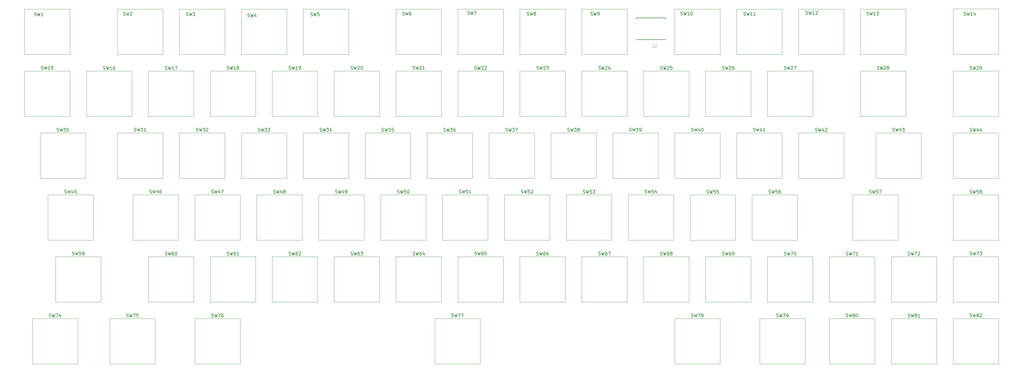
<source format=gto>
G04 #@! TF.GenerationSoftware,KiCad,Pcbnew,(5.1.9)-1*
G04 #@! TF.CreationDate,2022-05-27T18:47:02+02:00*
G04 #@! TF.ProjectId,sofaboard,736f6661-626f-4617-9264-2e6b69636164,rev?*
G04 #@! TF.SameCoordinates,Original*
G04 #@! TF.FileFunction,Legend,Top*
G04 #@! TF.FilePolarity,Positive*
%FSLAX46Y46*%
G04 Gerber Fmt 4.6, Leading zero omitted, Abs format (unit mm)*
G04 Created by KiCad (PCBNEW (5.1.9)-1) date 2022-05-27 18:47:02*
%MOMM*%
%LPD*%
G01*
G04 APERTURE LIST*
%ADD10C,0.200000*%
%ADD11C,0.120000*%
%ADD12C,0.015000*%
%ADD13C,0.150000*%
G04 APERTURE END LIST*
D10*
X205770000Y112509000D02*
X196820000Y112509000D01*
X205770000Y118819000D02*
X205770000Y119169000D01*
X205770000Y119169000D02*
X196820000Y119169000D01*
X196820000Y119169000D02*
X196820000Y118819000D01*
D11*
X18085000Y45745000D02*
X32055000Y45745000D01*
X32055000Y45745000D02*
X32055000Y31775000D01*
X32055000Y31775000D02*
X18085000Y31775000D01*
X18085000Y31775000D02*
X18085000Y45745000D01*
X256195000Y26695000D02*
X270165000Y26695000D01*
X270165000Y26695000D02*
X270165000Y12725000D01*
X270165000Y12725000D02*
X256195000Y12725000D01*
X256195000Y12725000D02*
X256195000Y26695000D01*
X265735000Y121925000D02*
X279705000Y121925000D01*
X279705000Y121925000D02*
X279705000Y107955000D01*
X279705000Y107955000D02*
X265735000Y107955000D01*
X265735000Y107955000D02*
X265735000Y121925000D01*
X8565000Y121925000D02*
X22535000Y121925000D01*
X22535000Y121925000D02*
X22535000Y107955000D01*
X22535000Y107955000D02*
X8565000Y107955000D01*
X8565000Y107955000D02*
X8565000Y121925000D01*
X132365000Y83835000D02*
X146335000Y83835000D01*
X146335000Y83835000D02*
X146335000Y69865000D01*
X146335000Y69865000D02*
X132365000Y69865000D01*
X132365000Y69865000D02*
X132365000Y83835000D01*
X237165000Y45715000D02*
X251135000Y45715000D01*
X251135000Y45715000D02*
X251135000Y31745000D01*
X251135000Y31745000D02*
X237165000Y31745000D01*
X237165000Y31745000D02*
X237165000Y45715000D01*
X175255000Y64785000D02*
X189225000Y64785000D01*
X189225000Y64785000D02*
X189225000Y50815000D01*
X189225000Y50815000D02*
X175255000Y50815000D01*
X175255000Y50815000D02*
X175255000Y64785000D01*
X294305000Y45755000D02*
X308275000Y45755000D01*
X308275000Y45755000D02*
X308275000Y31785000D01*
X308275000Y31785000D02*
X294305000Y31785000D01*
X294305000Y31785000D02*
X294305000Y45755000D01*
X275255000Y45735000D02*
X289225000Y45735000D01*
X289225000Y45735000D02*
X289225000Y31765000D01*
X289225000Y31765000D02*
X275255000Y31765000D01*
X275255000Y31765000D02*
X275255000Y45735000D01*
X34755000Y26675000D02*
X48725000Y26675000D01*
X48725000Y26675000D02*
X48725000Y12705000D01*
X48725000Y12705000D02*
X34755000Y12705000D01*
X34755000Y12705000D02*
X34755000Y26675000D01*
X180015000Y45735000D02*
X193985000Y45735000D01*
X193985000Y45735000D02*
X193985000Y31765000D01*
X193985000Y31765000D02*
X180015000Y31765000D01*
X180015000Y31765000D02*
X180015000Y45735000D01*
X227635000Y83845000D02*
X241605000Y83845000D01*
X241605000Y83845000D02*
X241605000Y69875000D01*
X241605000Y69875000D02*
X227635000Y69875000D01*
X227635000Y69875000D02*
X227635000Y83845000D01*
X256215000Y45735000D02*
X270185000Y45735000D01*
X270185000Y45735000D02*
X270185000Y31765000D01*
X270185000Y31765000D02*
X256215000Y31765000D01*
X256215000Y31765000D02*
X256215000Y45735000D01*
X232395000Y64775000D02*
X246365000Y64775000D01*
X246365000Y64775000D02*
X246365000Y50805000D01*
X246365000Y50805000D02*
X232395000Y50805000D01*
X232395000Y50805000D02*
X232395000Y64775000D01*
X65705000Y45725000D02*
X79675000Y45725000D01*
X79675000Y45725000D02*
X79675000Y31755000D01*
X79675000Y31755000D02*
X65705000Y31755000D01*
X65705000Y31755000D02*
X65705000Y45725000D01*
X294295000Y26695000D02*
X308265000Y26695000D01*
X308265000Y26695000D02*
X308265000Y12725000D01*
X308265000Y12725000D02*
X294295000Y12725000D01*
X294295000Y12725000D02*
X294295000Y26695000D01*
X180015000Y102885000D02*
X193985000Y102885000D01*
X193985000Y102885000D02*
X193985000Y88915000D01*
X193985000Y88915000D02*
X180015000Y88915000D01*
X180015000Y88915000D02*
X180015000Y102885000D01*
X122865000Y45735000D02*
X136835000Y45735000D01*
X136835000Y45735000D02*
X136835000Y31765000D01*
X136835000Y31765000D02*
X122865000Y31765000D01*
X122865000Y31765000D02*
X122865000Y45735000D01*
X46675000Y45735000D02*
X60645000Y45735000D01*
X60645000Y45735000D02*
X60645000Y31765000D01*
X60645000Y31765000D02*
X46675000Y31765000D01*
X46675000Y31765000D02*
X46675000Y45735000D01*
X275275000Y26665000D02*
X289245000Y26665000D01*
X289245000Y26665000D02*
X289245000Y12695000D01*
X289245000Y12695000D02*
X275275000Y12695000D01*
X275275000Y12695000D02*
X275275000Y26665000D01*
X103805000Y102895000D02*
X117775000Y102895000D01*
X117775000Y102895000D02*
X117775000Y88925000D01*
X117775000Y88925000D02*
X103805000Y88925000D01*
X103805000Y88925000D02*
X103805000Y102895000D01*
X99055000Y64775000D02*
X113025000Y64775000D01*
X113025000Y64775000D02*
X113025000Y50805000D01*
X113025000Y50805000D02*
X99055000Y50805000D01*
X99055000Y50805000D02*
X99055000Y64775000D01*
X270505000Y83855000D02*
X284475000Y83855000D01*
X284475000Y83855000D02*
X284475000Y69885000D01*
X284475000Y69885000D02*
X270505000Y69885000D01*
X270505000Y69885000D02*
X270505000Y83855000D01*
X94275000Y83835000D02*
X108245000Y83835000D01*
X108245000Y83835000D02*
X108245000Y69865000D01*
X108245000Y69865000D02*
X94275000Y69865000D01*
X94275000Y69865000D02*
X94275000Y83835000D01*
X194315000Y64805000D02*
X208285000Y64805000D01*
X208285000Y64805000D02*
X208285000Y50835000D01*
X208285000Y50835000D02*
X194315000Y50835000D01*
X194315000Y50835000D02*
X194315000Y64805000D01*
X246685000Y83835000D02*
X260655000Y83835000D01*
X260655000Y83835000D02*
X260655000Y69865000D01*
X260655000Y69865000D02*
X246685000Y69865000D01*
X246685000Y69865000D02*
X246685000Y83835000D01*
X56195000Y83845000D02*
X70165000Y83845000D01*
X70165000Y83845000D02*
X70165000Y69875000D01*
X70165000Y69875000D02*
X56195000Y69875000D01*
X56195000Y69875000D02*
X56195000Y83845000D01*
X246665000Y121945000D02*
X260635000Y121945000D01*
X260635000Y121945000D02*
X260635000Y107975000D01*
X260635000Y107975000D02*
X246665000Y107975000D01*
X246665000Y107975000D02*
X246665000Y121945000D01*
X122855000Y102895000D02*
X136825000Y102895000D01*
X136825000Y102895000D02*
X136825000Y88925000D01*
X136825000Y88925000D02*
X122855000Y88925000D01*
X122855000Y88925000D02*
X122855000Y102895000D01*
X294285000Y64765000D02*
X308255000Y64765000D01*
X308255000Y64765000D02*
X308255000Y50795000D01*
X308255000Y50795000D02*
X294285000Y50795000D01*
X294285000Y50795000D02*
X294285000Y64765000D01*
X199055000Y45725000D02*
X213025000Y45725000D01*
X213025000Y45725000D02*
X213025000Y31755000D01*
X213025000Y31755000D02*
X199055000Y31755000D01*
X199055000Y31755000D02*
X199055000Y45725000D01*
X160925000Y121905000D02*
X174895000Y121905000D01*
X174895000Y121905000D02*
X174895000Y107935000D01*
X174895000Y107935000D02*
X160925000Y107935000D01*
X160925000Y107935000D02*
X160925000Y121905000D01*
X10955000Y26685000D02*
X24925000Y26685000D01*
X24925000Y26685000D02*
X24925000Y12715000D01*
X24925000Y12715000D02*
X10955000Y12715000D01*
X10955000Y12715000D02*
X10955000Y26685000D01*
X103825000Y45725000D02*
X117795000Y45725000D01*
X117795000Y45725000D02*
X117795000Y31755000D01*
X117795000Y31755000D02*
X103825000Y31755000D01*
X103825000Y31755000D02*
X103825000Y45725000D01*
X60935000Y26685000D02*
X74905000Y26685000D01*
X74905000Y26685000D02*
X74905000Y12715000D01*
X74905000Y12715000D02*
X60935000Y12715000D01*
X60935000Y12715000D02*
X60935000Y26685000D01*
X65695000Y102875000D02*
X79665000Y102875000D01*
X79665000Y102875000D02*
X79665000Y88905000D01*
X79665000Y88905000D02*
X65695000Y88905000D01*
X65695000Y88905000D02*
X65695000Y102875000D01*
X134775000Y26695000D02*
X148745000Y26695000D01*
X148745000Y26695000D02*
X148745000Y12725000D01*
X148745000Y12725000D02*
X134775000Y12725000D01*
X134775000Y12725000D02*
X134775000Y26695000D01*
X113325000Y83805000D02*
X127295000Y83805000D01*
X127295000Y83805000D02*
X127295000Y69835000D01*
X127295000Y69835000D02*
X113325000Y69835000D01*
X113325000Y69835000D02*
X113325000Y83805000D01*
X137125000Y64805000D02*
X151095000Y64805000D01*
X151095000Y64805000D02*
X151095000Y50835000D01*
X151095000Y50835000D02*
X137125000Y50835000D01*
X137125000Y50835000D02*
X137125000Y64805000D01*
X160975000Y102895000D02*
X174945000Y102895000D01*
X174945000Y102895000D02*
X174945000Y88925000D01*
X174945000Y88925000D02*
X160975000Y88925000D01*
X160975000Y88925000D02*
X160975000Y102895000D01*
X199065000Y102885000D02*
X213035000Y102885000D01*
X213035000Y102885000D02*
X213035000Y88915000D01*
X213035000Y88915000D02*
X199065000Y88915000D01*
X199065000Y88915000D02*
X199065000Y102885000D01*
X227625000Y121945000D02*
X241595000Y121945000D01*
X241595000Y121945000D02*
X241595000Y107975000D01*
X241595000Y107975000D02*
X227625000Y107975000D01*
X227625000Y107975000D02*
X227625000Y121945000D01*
X84755000Y45735000D02*
X98725000Y45735000D01*
X98725000Y45735000D02*
X98725000Y31765000D01*
X98725000Y31765000D02*
X84755000Y31765000D01*
X84755000Y31765000D02*
X84755000Y45735000D01*
X80005000Y64765000D02*
X93975000Y64765000D01*
X93975000Y64765000D02*
X93975000Y50795000D01*
X93975000Y50795000D02*
X80005000Y50795000D01*
X80005000Y50795000D02*
X80005000Y64765000D01*
X8555000Y102895000D02*
X22525000Y102895000D01*
X22525000Y102895000D02*
X22525000Y88925000D01*
X22525000Y88925000D02*
X8555000Y88925000D01*
X8555000Y88925000D02*
X8555000Y102895000D01*
X84745000Y102885000D02*
X98715000Y102885000D01*
X98715000Y102885000D02*
X98715000Y88915000D01*
X98715000Y88915000D02*
X84745000Y88915000D01*
X84745000Y88915000D02*
X84745000Y102885000D01*
X160955000Y45735000D02*
X174925000Y45735000D01*
X174925000Y45735000D02*
X174925000Y31765000D01*
X174925000Y31765000D02*
X160955000Y31765000D01*
X160955000Y31765000D02*
X160955000Y45735000D01*
X75235000Y83815000D02*
X89205000Y83815000D01*
X89205000Y83815000D02*
X89205000Y69845000D01*
X89205000Y69845000D02*
X75235000Y69845000D01*
X75235000Y69845000D02*
X75235000Y83815000D01*
X122865000Y121945000D02*
X136835000Y121945000D01*
X136835000Y121945000D02*
X136835000Y107975000D01*
X136835000Y107975000D02*
X122865000Y107975000D01*
X122865000Y107975000D02*
X122865000Y121945000D01*
X141895000Y121925000D02*
X155865000Y121925000D01*
X155865000Y121925000D02*
X155865000Y107955000D01*
X155865000Y107955000D02*
X141895000Y107955000D01*
X141895000Y107955000D02*
X141895000Y121925000D01*
X263365000Y64765000D02*
X277335000Y64765000D01*
X277335000Y64765000D02*
X277335000Y50795000D01*
X277335000Y50795000D02*
X263365000Y50795000D01*
X263365000Y50795000D02*
X263365000Y64765000D01*
X237155000Y102905000D02*
X251125000Y102905000D01*
X251125000Y102905000D02*
X251125000Y88935000D01*
X251125000Y88935000D02*
X237155000Y88935000D01*
X237155000Y88935000D02*
X237155000Y102905000D01*
X294315000Y121965000D02*
X308285000Y121965000D01*
X308285000Y121965000D02*
X308285000Y107995000D01*
X308285000Y107995000D02*
X294315000Y107995000D01*
X294315000Y107995000D02*
X294315000Y121965000D01*
X213345000Y64765000D02*
X227315000Y64765000D01*
X227315000Y64765000D02*
X227315000Y50795000D01*
X227315000Y50795000D02*
X213345000Y50795000D01*
X213345000Y50795000D02*
X213345000Y64765000D01*
X265735000Y102885000D02*
X279705000Y102885000D01*
X279705000Y102885000D02*
X279705000Y88915000D01*
X279705000Y88915000D02*
X265735000Y88915000D01*
X265735000Y88915000D02*
X265735000Y102885000D01*
X208575000Y121935000D02*
X222545000Y121935000D01*
X222545000Y121935000D02*
X222545000Y107965000D01*
X222545000Y107965000D02*
X208575000Y107965000D01*
X208575000Y107965000D02*
X208575000Y121935000D01*
X141905000Y102885000D02*
X155875000Y102885000D01*
X155875000Y102885000D02*
X155875000Y88915000D01*
X155875000Y88915000D02*
X141905000Y88915000D01*
X141905000Y88915000D02*
X141905000Y102885000D01*
X294305000Y102875000D02*
X308275000Y102875000D01*
X308275000Y102875000D02*
X308275000Y88905000D01*
X308275000Y88905000D02*
X294305000Y88905000D01*
X294305000Y88905000D02*
X294305000Y102875000D01*
X170495000Y83825000D02*
X184465000Y83825000D01*
X184465000Y83825000D02*
X184465000Y69855000D01*
X184465000Y69855000D02*
X170495000Y69855000D01*
X170495000Y69855000D02*
X170495000Y83825000D01*
X15705000Y64795000D02*
X29675000Y64795000D01*
X29675000Y64795000D02*
X29675000Y50825000D01*
X29675000Y50825000D02*
X15705000Y50825000D01*
X15705000Y50825000D02*
X15705000Y64795000D01*
X189525000Y83855000D02*
X203495000Y83855000D01*
X203495000Y83855000D02*
X203495000Y69885000D01*
X203495000Y69885000D02*
X189525000Y69885000D01*
X189525000Y69885000D02*
X189525000Y83855000D01*
X218105000Y102875000D02*
X232075000Y102875000D01*
X232075000Y102875000D02*
X232075000Y88905000D01*
X232075000Y88905000D02*
X218105000Y88905000D01*
X218105000Y88905000D02*
X218105000Y102875000D01*
X208575000Y26695000D02*
X222545000Y26695000D01*
X222545000Y26695000D02*
X222545000Y12725000D01*
X222545000Y12725000D02*
X208575000Y12725000D01*
X208575000Y12725000D02*
X208575000Y26695000D01*
X37135000Y83855000D02*
X51105000Y83855000D01*
X51105000Y83855000D02*
X51105000Y69885000D01*
X51105000Y69885000D02*
X37135000Y69885000D01*
X37135000Y69885000D02*
X37135000Y83855000D01*
X141915000Y45745000D02*
X155885000Y45745000D01*
X155885000Y45745000D02*
X155885000Y31775000D01*
X155885000Y31775000D02*
X141915000Y31775000D01*
X141915000Y31775000D02*
X141915000Y45745000D01*
X179995000Y121905000D02*
X193965000Y121905000D01*
X193965000Y121905000D02*
X193965000Y107935000D01*
X193965000Y107935000D02*
X179995000Y107935000D01*
X179995000Y107935000D02*
X179995000Y121905000D01*
X41905000Y64805000D02*
X55875000Y64805000D01*
X55875000Y64805000D02*
X55875000Y50835000D01*
X55875000Y50835000D02*
X41905000Y50835000D01*
X41905000Y50835000D02*
X41905000Y64805000D01*
X208575000Y83845000D02*
X222545000Y83845000D01*
X222545000Y83845000D02*
X222545000Y69875000D01*
X222545000Y69875000D02*
X208575000Y69875000D01*
X208575000Y69875000D02*
X208575000Y83845000D01*
X37145000Y121925000D02*
X51115000Y121925000D01*
X51115000Y121925000D02*
X51115000Y107955000D01*
X51115000Y107955000D02*
X37145000Y107955000D01*
X37145000Y107955000D02*
X37145000Y121925000D01*
X56175000Y121925000D02*
X70145000Y121925000D01*
X70145000Y121925000D02*
X70145000Y107955000D01*
X70145000Y107955000D02*
X56175000Y107955000D01*
X56175000Y107955000D02*
X56175000Y121925000D01*
X46655000Y102875000D02*
X60625000Y102875000D01*
X60625000Y102875000D02*
X60625000Y88905000D01*
X60625000Y88905000D02*
X46655000Y88905000D01*
X46655000Y88905000D02*
X46655000Y102875000D01*
X294315000Y83825000D02*
X308285000Y83825000D01*
X308285000Y83825000D02*
X308285000Y69855000D01*
X308285000Y69855000D02*
X294315000Y69855000D01*
X294315000Y69855000D02*
X294315000Y83825000D01*
X151435000Y83835000D02*
X165405000Y83835000D01*
X165405000Y83835000D02*
X165405000Y69865000D01*
X165405000Y69865000D02*
X151435000Y69865000D01*
X151435000Y69865000D02*
X151435000Y83835000D01*
X234775000Y26685000D02*
X248745000Y26685000D01*
X248745000Y26685000D02*
X248745000Y12715000D01*
X248745000Y12715000D02*
X234775000Y12715000D01*
X234775000Y12715000D02*
X234775000Y26685000D01*
X75215000Y121935000D02*
X89185000Y121935000D01*
X89185000Y121935000D02*
X89185000Y107965000D01*
X89185000Y107965000D02*
X75215000Y107965000D01*
X75215000Y107965000D02*
X75215000Y121935000D01*
X94275000Y121935000D02*
X108245000Y121935000D01*
X108245000Y121935000D02*
X108245000Y107965000D01*
X108245000Y107965000D02*
X94275000Y107965000D01*
X94275000Y107965000D02*
X94275000Y121935000D01*
X27595000Y102865000D02*
X41565000Y102865000D01*
X41565000Y102865000D02*
X41565000Y88895000D01*
X41565000Y88895000D02*
X27595000Y88895000D01*
X27595000Y88895000D02*
X27595000Y102865000D01*
X13325000Y83835000D02*
X27295000Y83835000D01*
X27295000Y83835000D02*
X27295000Y69865000D01*
X27295000Y69865000D02*
X13325000Y69865000D01*
X13325000Y69865000D02*
X13325000Y83835000D01*
X156195000Y64795000D02*
X170165000Y64795000D01*
X170165000Y64795000D02*
X170165000Y50825000D01*
X170165000Y50825000D02*
X156195000Y50825000D01*
X156195000Y50825000D02*
X156195000Y64795000D01*
X60945000Y64795000D02*
X74915000Y64795000D01*
X74915000Y64795000D02*
X74915000Y50825000D01*
X74915000Y50825000D02*
X60945000Y50825000D01*
X60945000Y50825000D02*
X60945000Y64795000D01*
X118115000Y64785000D02*
X132085000Y64785000D01*
X132085000Y64785000D02*
X132085000Y50815000D01*
X132085000Y50815000D02*
X118115000Y50815000D01*
X118115000Y50815000D02*
X118115000Y64785000D01*
X218115000Y45715000D02*
X232085000Y45715000D01*
X232085000Y45715000D02*
X232085000Y31745000D01*
X232085000Y31745000D02*
X218115000Y31745000D01*
X218115000Y31745000D02*
X218115000Y45715000D01*
D12*
X202059041Y111126286D02*
X202059041Y110411893D01*
X202011415Y110269014D01*
X201916163Y110173762D01*
X201773284Y110126136D01*
X201678032Y110126136D01*
X202487677Y111031033D02*
X202535303Y111078660D01*
X202630555Y111126286D01*
X202868686Y111126286D01*
X202963939Y111078660D01*
X203011565Y111031033D01*
X203059191Y110935781D01*
X203059191Y110840529D01*
X203011565Y110697650D01*
X202440051Y110126136D01*
X203059191Y110126136D01*
D13*
X23260476Y46229238D02*
X23403333Y46181619D01*
X23641428Y46181619D01*
X23736666Y46229238D01*
X23784285Y46276857D01*
X23831904Y46372095D01*
X23831904Y46467333D01*
X23784285Y46562571D01*
X23736666Y46610190D01*
X23641428Y46657809D01*
X23450952Y46705428D01*
X23355714Y46753047D01*
X23308095Y46800666D01*
X23260476Y46895904D01*
X23260476Y46991142D01*
X23308095Y47086380D01*
X23355714Y47134000D01*
X23450952Y47181619D01*
X23689047Y47181619D01*
X23831904Y47134000D01*
X24165238Y47181619D02*
X24403333Y46181619D01*
X24593809Y46895904D01*
X24784285Y46181619D01*
X25022380Y47181619D01*
X25879523Y47181619D02*
X25403333Y47181619D01*
X25355714Y46705428D01*
X25403333Y46753047D01*
X25498571Y46800666D01*
X25736666Y46800666D01*
X25831904Y46753047D01*
X25879523Y46705428D01*
X25927142Y46610190D01*
X25927142Y46372095D01*
X25879523Y46276857D01*
X25831904Y46229238D01*
X25736666Y46181619D01*
X25498571Y46181619D01*
X25403333Y46229238D01*
X25355714Y46276857D01*
X26403333Y46181619D02*
X26593809Y46181619D01*
X26689047Y46229238D01*
X26736666Y46276857D01*
X26831904Y46419714D01*
X26879523Y46610190D01*
X26879523Y46991142D01*
X26831904Y47086380D01*
X26784285Y47134000D01*
X26689047Y47181619D01*
X26498571Y47181619D01*
X26403333Y47134000D01*
X26355714Y47086380D01*
X26308095Y46991142D01*
X26308095Y46753047D01*
X26355714Y46657809D01*
X26403333Y46610190D01*
X26498571Y46562571D01*
X26689047Y46562571D01*
X26784285Y46610190D01*
X26831904Y46657809D01*
X26879523Y46753047D01*
X261370476Y27179238D02*
X261513333Y27131619D01*
X261751428Y27131619D01*
X261846666Y27179238D01*
X261894285Y27226857D01*
X261941904Y27322095D01*
X261941904Y27417333D01*
X261894285Y27512571D01*
X261846666Y27560190D01*
X261751428Y27607809D01*
X261560952Y27655428D01*
X261465714Y27703047D01*
X261418095Y27750666D01*
X261370476Y27845904D01*
X261370476Y27941142D01*
X261418095Y28036380D01*
X261465714Y28084000D01*
X261560952Y28131619D01*
X261799047Y28131619D01*
X261941904Y28084000D01*
X262275238Y28131619D02*
X262513333Y27131619D01*
X262703809Y27845904D01*
X262894285Y27131619D01*
X263132380Y28131619D01*
X263656190Y27703047D02*
X263560952Y27750666D01*
X263513333Y27798285D01*
X263465714Y27893523D01*
X263465714Y27941142D01*
X263513333Y28036380D01*
X263560952Y28084000D01*
X263656190Y28131619D01*
X263846666Y28131619D01*
X263941904Y28084000D01*
X263989523Y28036380D01*
X264037142Y27941142D01*
X264037142Y27893523D01*
X263989523Y27798285D01*
X263941904Y27750666D01*
X263846666Y27703047D01*
X263656190Y27703047D01*
X263560952Y27655428D01*
X263513333Y27607809D01*
X263465714Y27512571D01*
X263465714Y27322095D01*
X263513333Y27226857D01*
X263560952Y27179238D01*
X263656190Y27131619D01*
X263846666Y27131619D01*
X263941904Y27179238D01*
X263989523Y27226857D01*
X264037142Y27322095D01*
X264037142Y27512571D01*
X263989523Y27607809D01*
X263941904Y27655428D01*
X263846666Y27703047D01*
X264656190Y28131619D02*
X264751428Y28131619D01*
X264846666Y28084000D01*
X264894285Y28036380D01*
X264941904Y27941142D01*
X264989523Y27750666D01*
X264989523Y27512571D01*
X264941904Y27322095D01*
X264894285Y27226857D01*
X264846666Y27179238D01*
X264751428Y27131619D01*
X264656190Y27131619D01*
X264560952Y27179238D01*
X264513333Y27226857D01*
X264465714Y27322095D01*
X264418095Y27512571D01*
X264418095Y27750666D01*
X264465714Y27941142D01*
X264513333Y28036380D01*
X264560952Y28084000D01*
X264656190Y28131619D01*
X267730476Y120095238D02*
X267873333Y120047619D01*
X268111428Y120047619D01*
X268206666Y120095238D01*
X268254285Y120142857D01*
X268301904Y120238095D01*
X268301904Y120333333D01*
X268254285Y120428571D01*
X268206666Y120476190D01*
X268111428Y120523809D01*
X267920952Y120571428D01*
X267825714Y120619047D01*
X267778095Y120666666D01*
X267730476Y120761904D01*
X267730476Y120857142D01*
X267778095Y120952380D01*
X267825714Y121000000D01*
X267920952Y121047619D01*
X268159047Y121047619D01*
X268301904Y121000000D01*
X268635238Y121047619D02*
X268873333Y120047619D01*
X269063809Y120761904D01*
X269254285Y120047619D01*
X269492380Y121047619D01*
X270397142Y120047619D02*
X269825714Y120047619D01*
X270111428Y120047619D02*
X270111428Y121047619D01*
X270016190Y120904761D01*
X269920952Y120809523D01*
X269825714Y120761904D01*
X270730476Y121047619D02*
X271349523Y121047619D01*
X271016190Y120666666D01*
X271159047Y120666666D01*
X271254285Y120619047D01*
X271301904Y120571428D01*
X271349523Y120476190D01*
X271349523Y120238095D01*
X271301904Y120142857D01*
X271254285Y120095238D01*
X271159047Y120047619D01*
X270873333Y120047619D01*
X270778095Y120095238D01*
X270730476Y120142857D01*
X11576666Y119865238D02*
X11719523Y119817619D01*
X11957619Y119817619D01*
X12052857Y119865238D01*
X12100476Y119912857D01*
X12148095Y120008095D01*
X12148095Y120103333D01*
X12100476Y120198571D01*
X12052857Y120246190D01*
X11957619Y120293809D01*
X11767142Y120341428D01*
X11671904Y120389047D01*
X11624285Y120436666D01*
X11576666Y120531904D01*
X11576666Y120627142D01*
X11624285Y120722380D01*
X11671904Y120770000D01*
X11767142Y120817619D01*
X12005238Y120817619D01*
X12148095Y120770000D01*
X12481428Y120817619D02*
X12719523Y119817619D01*
X12910000Y120531904D01*
X13100476Y119817619D01*
X13338571Y120817619D01*
X14243333Y119817619D02*
X13671904Y119817619D01*
X13957619Y119817619D02*
X13957619Y120817619D01*
X13862380Y120674761D01*
X13767142Y120579523D01*
X13671904Y120531904D01*
X137540476Y84319238D02*
X137683333Y84271619D01*
X137921428Y84271619D01*
X138016666Y84319238D01*
X138064285Y84366857D01*
X138111904Y84462095D01*
X138111904Y84557333D01*
X138064285Y84652571D01*
X138016666Y84700190D01*
X137921428Y84747809D01*
X137730952Y84795428D01*
X137635714Y84843047D01*
X137588095Y84890666D01*
X137540476Y84985904D01*
X137540476Y85081142D01*
X137588095Y85176380D01*
X137635714Y85224000D01*
X137730952Y85271619D01*
X137969047Y85271619D01*
X138111904Y85224000D01*
X138445238Y85271619D02*
X138683333Y84271619D01*
X138873809Y84985904D01*
X139064285Y84271619D01*
X139302380Y85271619D01*
X139588095Y85271619D02*
X140207142Y85271619D01*
X139873809Y84890666D01*
X140016666Y84890666D01*
X140111904Y84843047D01*
X140159523Y84795428D01*
X140207142Y84700190D01*
X140207142Y84462095D01*
X140159523Y84366857D01*
X140111904Y84319238D01*
X140016666Y84271619D01*
X139730952Y84271619D01*
X139635714Y84319238D01*
X139588095Y84366857D01*
X141064285Y85271619D02*
X140873809Y85271619D01*
X140778571Y85224000D01*
X140730952Y85176380D01*
X140635714Y85033523D01*
X140588095Y84843047D01*
X140588095Y84462095D01*
X140635714Y84366857D01*
X140683333Y84319238D01*
X140778571Y84271619D01*
X140969047Y84271619D01*
X141064285Y84319238D01*
X141111904Y84366857D01*
X141159523Y84462095D01*
X141159523Y84700190D01*
X141111904Y84795428D01*
X141064285Y84843047D01*
X140969047Y84890666D01*
X140778571Y84890666D01*
X140683333Y84843047D01*
X140635714Y84795428D01*
X140588095Y84700190D01*
X242340476Y46199238D02*
X242483333Y46151619D01*
X242721428Y46151619D01*
X242816666Y46199238D01*
X242864285Y46246857D01*
X242911904Y46342095D01*
X242911904Y46437333D01*
X242864285Y46532571D01*
X242816666Y46580190D01*
X242721428Y46627809D01*
X242530952Y46675428D01*
X242435714Y46723047D01*
X242388095Y46770666D01*
X242340476Y46865904D01*
X242340476Y46961142D01*
X242388095Y47056380D01*
X242435714Y47104000D01*
X242530952Y47151619D01*
X242769047Y47151619D01*
X242911904Y47104000D01*
X243245238Y47151619D02*
X243483333Y46151619D01*
X243673809Y46865904D01*
X243864285Y46151619D01*
X244102380Y47151619D01*
X244388095Y47151619D02*
X245054761Y47151619D01*
X244626190Y46151619D01*
X245626190Y47151619D02*
X245721428Y47151619D01*
X245816666Y47104000D01*
X245864285Y47056380D01*
X245911904Y46961142D01*
X245959523Y46770666D01*
X245959523Y46532571D01*
X245911904Y46342095D01*
X245864285Y46246857D01*
X245816666Y46199238D01*
X245721428Y46151619D01*
X245626190Y46151619D01*
X245530952Y46199238D01*
X245483333Y46246857D01*
X245435714Y46342095D01*
X245388095Y46532571D01*
X245388095Y46770666D01*
X245435714Y46961142D01*
X245483333Y47056380D01*
X245530952Y47104000D01*
X245626190Y47151619D01*
X180430476Y65269238D02*
X180573333Y65221619D01*
X180811428Y65221619D01*
X180906666Y65269238D01*
X180954285Y65316857D01*
X181001904Y65412095D01*
X181001904Y65507333D01*
X180954285Y65602571D01*
X180906666Y65650190D01*
X180811428Y65697809D01*
X180620952Y65745428D01*
X180525714Y65793047D01*
X180478095Y65840666D01*
X180430476Y65935904D01*
X180430476Y66031142D01*
X180478095Y66126380D01*
X180525714Y66174000D01*
X180620952Y66221619D01*
X180859047Y66221619D01*
X181001904Y66174000D01*
X181335238Y66221619D02*
X181573333Y65221619D01*
X181763809Y65935904D01*
X181954285Y65221619D01*
X182192380Y66221619D01*
X183049523Y66221619D02*
X182573333Y66221619D01*
X182525714Y65745428D01*
X182573333Y65793047D01*
X182668571Y65840666D01*
X182906666Y65840666D01*
X183001904Y65793047D01*
X183049523Y65745428D01*
X183097142Y65650190D01*
X183097142Y65412095D01*
X183049523Y65316857D01*
X183001904Y65269238D01*
X182906666Y65221619D01*
X182668571Y65221619D01*
X182573333Y65269238D01*
X182525714Y65316857D01*
X183430476Y66221619D02*
X184049523Y66221619D01*
X183716190Y65840666D01*
X183859047Y65840666D01*
X183954285Y65793047D01*
X184001904Y65745428D01*
X184049523Y65650190D01*
X184049523Y65412095D01*
X184001904Y65316857D01*
X183954285Y65269238D01*
X183859047Y65221619D01*
X183573333Y65221619D01*
X183478095Y65269238D01*
X183430476Y65316857D01*
X299480476Y46239238D02*
X299623333Y46191619D01*
X299861428Y46191619D01*
X299956666Y46239238D01*
X300004285Y46286857D01*
X300051904Y46382095D01*
X300051904Y46477333D01*
X300004285Y46572571D01*
X299956666Y46620190D01*
X299861428Y46667809D01*
X299670952Y46715428D01*
X299575714Y46763047D01*
X299528095Y46810666D01*
X299480476Y46905904D01*
X299480476Y47001142D01*
X299528095Y47096380D01*
X299575714Y47144000D01*
X299670952Y47191619D01*
X299909047Y47191619D01*
X300051904Y47144000D01*
X300385238Y47191619D02*
X300623333Y46191619D01*
X300813809Y46905904D01*
X301004285Y46191619D01*
X301242380Y47191619D01*
X301528095Y47191619D02*
X302194761Y47191619D01*
X301766190Y46191619D01*
X302480476Y47191619D02*
X303099523Y47191619D01*
X302766190Y46810666D01*
X302909047Y46810666D01*
X303004285Y46763047D01*
X303051904Y46715428D01*
X303099523Y46620190D01*
X303099523Y46382095D01*
X303051904Y46286857D01*
X303004285Y46239238D01*
X302909047Y46191619D01*
X302623333Y46191619D01*
X302528095Y46239238D01*
X302480476Y46286857D01*
X280430476Y46219238D02*
X280573333Y46171619D01*
X280811428Y46171619D01*
X280906666Y46219238D01*
X280954285Y46266857D01*
X281001904Y46362095D01*
X281001904Y46457333D01*
X280954285Y46552571D01*
X280906666Y46600190D01*
X280811428Y46647809D01*
X280620952Y46695428D01*
X280525714Y46743047D01*
X280478095Y46790666D01*
X280430476Y46885904D01*
X280430476Y46981142D01*
X280478095Y47076380D01*
X280525714Y47124000D01*
X280620952Y47171619D01*
X280859047Y47171619D01*
X281001904Y47124000D01*
X281335238Y47171619D02*
X281573333Y46171619D01*
X281763809Y46885904D01*
X281954285Y46171619D01*
X282192380Y47171619D01*
X282478095Y47171619D02*
X283144761Y47171619D01*
X282716190Y46171619D01*
X283478095Y47076380D02*
X283525714Y47124000D01*
X283620952Y47171619D01*
X283859047Y47171619D01*
X283954285Y47124000D01*
X284001904Y47076380D01*
X284049523Y46981142D01*
X284049523Y46885904D01*
X284001904Y46743047D01*
X283430476Y46171619D01*
X284049523Y46171619D01*
X39930476Y27159238D02*
X40073333Y27111619D01*
X40311428Y27111619D01*
X40406666Y27159238D01*
X40454285Y27206857D01*
X40501904Y27302095D01*
X40501904Y27397333D01*
X40454285Y27492571D01*
X40406666Y27540190D01*
X40311428Y27587809D01*
X40120952Y27635428D01*
X40025714Y27683047D01*
X39978095Y27730666D01*
X39930476Y27825904D01*
X39930476Y27921142D01*
X39978095Y28016380D01*
X40025714Y28064000D01*
X40120952Y28111619D01*
X40359047Y28111619D01*
X40501904Y28064000D01*
X40835238Y28111619D02*
X41073333Y27111619D01*
X41263809Y27825904D01*
X41454285Y27111619D01*
X41692380Y28111619D01*
X41978095Y28111619D02*
X42644761Y28111619D01*
X42216190Y27111619D01*
X43501904Y28111619D02*
X43025714Y28111619D01*
X42978095Y27635428D01*
X43025714Y27683047D01*
X43120952Y27730666D01*
X43359047Y27730666D01*
X43454285Y27683047D01*
X43501904Y27635428D01*
X43549523Y27540190D01*
X43549523Y27302095D01*
X43501904Y27206857D01*
X43454285Y27159238D01*
X43359047Y27111619D01*
X43120952Y27111619D01*
X43025714Y27159238D01*
X42978095Y27206857D01*
X185190476Y46219238D02*
X185333333Y46171619D01*
X185571428Y46171619D01*
X185666666Y46219238D01*
X185714285Y46266857D01*
X185761904Y46362095D01*
X185761904Y46457333D01*
X185714285Y46552571D01*
X185666666Y46600190D01*
X185571428Y46647809D01*
X185380952Y46695428D01*
X185285714Y46743047D01*
X185238095Y46790666D01*
X185190476Y46885904D01*
X185190476Y46981142D01*
X185238095Y47076380D01*
X185285714Y47124000D01*
X185380952Y47171619D01*
X185619047Y47171619D01*
X185761904Y47124000D01*
X186095238Y47171619D02*
X186333333Y46171619D01*
X186523809Y46885904D01*
X186714285Y46171619D01*
X186952380Y47171619D01*
X187761904Y47171619D02*
X187571428Y47171619D01*
X187476190Y47124000D01*
X187428571Y47076380D01*
X187333333Y46933523D01*
X187285714Y46743047D01*
X187285714Y46362095D01*
X187333333Y46266857D01*
X187380952Y46219238D01*
X187476190Y46171619D01*
X187666666Y46171619D01*
X187761904Y46219238D01*
X187809523Y46266857D01*
X187857142Y46362095D01*
X187857142Y46600190D01*
X187809523Y46695428D01*
X187761904Y46743047D01*
X187666666Y46790666D01*
X187476190Y46790666D01*
X187380952Y46743047D01*
X187333333Y46695428D01*
X187285714Y46600190D01*
X188190476Y47171619D02*
X188857142Y47171619D01*
X188428571Y46171619D01*
X232810476Y84329238D02*
X232953333Y84281619D01*
X233191428Y84281619D01*
X233286666Y84329238D01*
X233334285Y84376857D01*
X233381904Y84472095D01*
X233381904Y84567333D01*
X233334285Y84662571D01*
X233286666Y84710190D01*
X233191428Y84757809D01*
X233000952Y84805428D01*
X232905714Y84853047D01*
X232858095Y84900666D01*
X232810476Y84995904D01*
X232810476Y85091142D01*
X232858095Y85186380D01*
X232905714Y85234000D01*
X233000952Y85281619D01*
X233239047Y85281619D01*
X233381904Y85234000D01*
X233715238Y85281619D02*
X233953333Y84281619D01*
X234143809Y84995904D01*
X234334285Y84281619D01*
X234572380Y85281619D01*
X235381904Y84948285D02*
X235381904Y84281619D01*
X235143809Y85329238D02*
X234905714Y84614952D01*
X235524761Y84614952D01*
X236429523Y84281619D02*
X235858095Y84281619D01*
X236143809Y84281619D02*
X236143809Y85281619D01*
X236048571Y85138761D01*
X235953333Y85043523D01*
X235858095Y84995904D01*
X261390476Y46219238D02*
X261533333Y46171619D01*
X261771428Y46171619D01*
X261866666Y46219238D01*
X261914285Y46266857D01*
X261961904Y46362095D01*
X261961904Y46457333D01*
X261914285Y46552571D01*
X261866666Y46600190D01*
X261771428Y46647809D01*
X261580952Y46695428D01*
X261485714Y46743047D01*
X261438095Y46790666D01*
X261390476Y46885904D01*
X261390476Y46981142D01*
X261438095Y47076380D01*
X261485714Y47124000D01*
X261580952Y47171619D01*
X261819047Y47171619D01*
X261961904Y47124000D01*
X262295238Y47171619D02*
X262533333Y46171619D01*
X262723809Y46885904D01*
X262914285Y46171619D01*
X263152380Y47171619D01*
X263438095Y47171619D02*
X264104761Y47171619D01*
X263676190Y46171619D01*
X265009523Y46171619D02*
X264438095Y46171619D01*
X264723809Y46171619D02*
X264723809Y47171619D01*
X264628571Y47028761D01*
X264533333Y46933523D01*
X264438095Y46885904D01*
X237570476Y65259238D02*
X237713333Y65211619D01*
X237951428Y65211619D01*
X238046666Y65259238D01*
X238094285Y65306857D01*
X238141904Y65402095D01*
X238141904Y65497333D01*
X238094285Y65592571D01*
X238046666Y65640190D01*
X237951428Y65687809D01*
X237760952Y65735428D01*
X237665714Y65783047D01*
X237618095Y65830666D01*
X237570476Y65925904D01*
X237570476Y66021142D01*
X237618095Y66116380D01*
X237665714Y66164000D01*
X237760952Y66211619D01*
X237999047Y66211619D01*
X238141904Y66164000D01*
X238475238Y66211619D02*
X238713333Y65211619D01*
X238903809Y65925904D01*
X239094285Y65211619D01*
X239332380Y66211619D01*
X240189523Y66211619D02*
X239713333Y66211619D01*
X239665714Y65735428D01*
X239713333Y65783047D01*
X239808571Y65830666D01*
X240046666Y65830666D01*
X240141904Y65783047D01*
X240189523Y65735428D01*
X240237142Y65640190D01*
X240237142Y65402095D01*
X240189523Y65306857D01*
X240141904Y65259238D01*
X240046666Y65211619D01*
X239808571Y65211619D01*
X239713333Y65259238D01*
X239665714Y65306857D01*
X241094285Y66211619D02*
X240903809Y66211619D01*
X240808571Y66164000D01*
X240760952Y66116380D01*
X240665714Y65973523D01*
X240618095Y65783047D01*
X240618095Y65402095D01*
X240665714Y65306857D01*
X240713333Y65259238D01*
X240808571Y65211619D01*
X240999047Y65211619D01*
X241094285Y65259238D01*
X241141904Y65306857D01*
X241189523Y65402095D01*
X241189523Y65640190D01*
X241141904Y65735428D01*
X241094285Y65783047D01*
X240999047Y65830666D01*
X240808571Y65830666D01*
X240713333Y65783047D01*
X240665714Y65735428D01*
X240618095Y65640190D01*
X70880476Y46209238D02*
X71023333Y46161619D01*
X71261428Y46161619D01*
X71356666Y46209238D01*
X71404285Y46256857D01*
X71451904Y46352095D01*
X71451904Y46447333D01*
X71404285Y46542571D01*
X71356666Y46590190D01*
X71261428Y46637809D01*
X71070952Y46685428D01*
X70975714Y46733047D01*
X70928095Y46780666D01*
X70880476Y46875904D01*
X70880476Y46971142D01*
X70928095Y47066380D01*
X70975714Y47114000D01*
X71070952Y47161619D01*
X71309047Y47161619D01*
X71451904Y47114000D01*
X71785238Y47161619D02*
X72023333Y46161619D01*
X72213809Y46875904D01*
X72404285Y46161619D01*
X72642380Y47161619D01*
X73451904Y47161619D02*
X73261428Y47161619D01*
X73166190Y47114000D01*
X73118571Y47066380D01*
X73023333Y46923523D01*
X72975714Y46733047D01*
X72975714Y46352095D01*
X73023333Y46256857D01*
X73070952Y46209238D01*
X73166190Y46161619D01*
X73356666Y46161619D01*
X73451904Y46209238D01*
X73499523Y46256857D01*
X73547142Y46352095D01*
X73547142Y46590190D01*
X73499523Y46685428D01*
X73451904Y46733047D01*
X73356666Y46780666D01*
X73166190Y46780666D01*
X73070952Y46733047D01*
X73023333Y46685428D01*
X72975714Y46590190D01*
X74499523Y46161619D02*
X73928095Y46161619D01*
X74213809Y46161619D02*
X74213809Y47161619D01*
X74118571Y47018761D01*
X74023333Y46923523D01*
X73928095Y46875904D01*
X299470476Y27179238D02*
X299613333Y27131619D01*
X299851428Y27131619D01*
X299946666Y27179238D01*
X299994285Y27226857D01*
X300041904Y27322095D01*
X300041904Y27417333D01*
X299994285Y27512571D01*
X299946666Y27560190D01*
X299851428Y27607809D01*
X299660952Y27655428D01*
X299565714Y27703047D01*
X299518095Y27750666D01*
X299470476Y27845904D01*
X299470476Y27941142D01*
X299518095Y28036380D01*
X299565714Y28084000D01*
X299660952Y28131619D01*
X299899047Y28131619D01*
X300041904Y28084000D01*
X300375238Y28131619D02*
X300613333Y27131619D01*
X300803809Y27845904D01*
X300994285Y27131619D01*
X301232380Y28131619D01*
X301756190Y27703047D02*
X301660952Y27750666D01*
X301613333Y27798285D01*
X301565714Y27893523D01*
X301565714Y27941142D01*
X301613333Y28036380D01*
X301660952Y28084000D01*
X301756190Y28131619D01*
X301946666Y28131619D01*
X302041904Y28084000D01*
X302089523Y28036380D01*
X302137142Y27941142D01*
X302137142Y27893523D01*
X302089523Y27798285D01*
X302041904Y27750666D01*
X301946666Y27703047D01*
X301756190Y27703047D01*
X301660952Y27655428D01*
X301613333Y27607809D01*
X301565714Y27512571D01*
X301565714Y27322095D01*
X301613333Y27226857D01*
X301660952Y27179238D01*
X301756190Y27131619D01*
X301946666Y27131619D01*
X302041904Y27179238D01*
X302089523Y27226857D01*
X302137142Y27322095D01*
X302137142Y27512571D01*
X302089523Y27607809D01*
X302041904Y27655428D01*
X301946666Y27703047D01*
X302518095Y28036380D02*
X302565714Y28084000D01*
X302660952Y28131619D01*
X302899047Y28131619D01*
X302994285Y28084000D01*
X303041904Y28036380D01*
X303089523Y27941142D01*
X303089523Y27845904D01*
X303041904Y27703047D01*
X302470476Y27131619D01*
X303089523Y27131619D01*
X185190476Y103369238D02*
X185333333Y103321619D01*
X185571428Y103321619D01*
X185666666Y103369238D01*
X185714285Y103416857D01*
X185761904Y103512095D01*
X185761904Y103607333D01*
X185714285Y103702571D01*
X185666666Y103750190D01*
X185571428Y103797809D01*
X185380952Y103845428D01*
X185285714Y103893047D01*
X185238095Y103940666D01*
X185190476Y104035904D01*
X185190476Y104131142D01*
X185238095Y104226380D01*
X185285714Y104274000D01*
X185380952Y104321619D01*
X185619047Y104321619D01*
X185761904Y104274000D01*
X186095238Y104321619D02*
X186333333Y103321619D01*
X186523809Y104035904D01*
X186714285Y103321619D01*
X186952380Y104321619D01*
X187285714Y104226380D02*
X187333333Y104274000D01*
X187428571Y104321619D01*
X187666666Y104321619D01*
X187761904Y104274000D01*
X187809523Y104226380D01*
X187857142Y104131142D01*
X187857142Y104035904D01*
X187809523Y103893047D01*
X187238095Y103321619D01*
X187857142Y103321619D01*
X188714285Y103988285D02*
X188714285Y103321619D01*
X188476190Y104369238D02*
X188238095Y103654952D01*
X188857142Y103654952D01*
X128040476Y46219238D02*
X128183333Y46171619D01*
X128421428Y46171619D01*
X128516666Y46219238D01*
X128564285Y46266857D01*
X128611904Y46362095D01*
X128611904Y46457333D01*
X128564285Y46552571D01*
X128516666Y46600190D01*
X128421428Y46647809D01*
X128230952Y46695428D01*
X128135714Y46743047D01*
X128088095Y46790666D01*
X128040476Y46885904D01*
X128040476Y46981142D01*
X128088095Y47076380D01*
X128135714Y47124000D01*
X128230952Y47171619D01*
X128469047Y47171619D01*
X128611904Y47124000D01*
X128945238Y47171619D02*
X129183333Y46171619D01*
X129373809Y46885904D01*
X129564285Y46171619D01*
X129802380Y47171619D01*
X130611904Y47171619D02*
X130421428Y47171619D01*
X130326190Y47124000D01*
X130278571Y47076380D01*
X130183333Y46933523D01*
X130135714Y46743047D01*
X130135714Y46362095D01*
X130183333Y46266857D01*
X130230952Y46219238D01*
X130326190Y46171619D01*
X130516666Y46171619D01*
X130611904Y46219238D01*
X130659523Y46266857D01*
X130707142Y46362095D01*
X130707142Y46600190D01*
X130659523Y46695428D01*
X130611904Y46743047D01*
X130516666Y46790666D01*
X130326190Y46790666D01*
X130230952Y46743047D01*
X130183333Y46695428D01*
X130135714Y46600190D01*
X131564285Y46838285D02*
X131564285Y46171619D01*
X131326190Y47219238D02*
X131088095Y46504952D01*
X131707142Y46504952D01*
X51850476Y46219238D02*
X51993333Y46171619D01*
X52231428Y46171619D01*
X52326666Y46219238D01*
X52374285Y46266857D01*
X52421904Y46362095D01*
X52421904Y46457333D01*
X52374285Y46552571D01*
X52326666Y46600190D01*
X52231428Y46647809D01*
X52040952Y46695428D01*
X51945714Y46743047D01*
X51898095Y46790666D01*
X51850476Y46885904D01*
X51850476Y46981142D01*
X51898095Y47076380D01*
X51945714Y47124000D01*
X52040952Y47171619D01*
X52279047Y47171619D01*
X52421904Y47124000D01*
X52755238Y47171619D02*
X52993333Y46171619D01*
X53183809Y46885904D01*
X53374285Y46171619D01*
X53612380Y47171619D01*
X54421904Y47171619D02*
X54231428Y47171619D01*
X54136190Y47124000D01*
X54088571Y47076380D01*
X53993333Y46933523D01*
X53945714Y46743047D01*
X53945714Y46362095D01*
X53993333Y46266857D01*
X54040952Y46219238D01*
X54136190Y46171619D01*
X54326666Y46171619D01*
X54421904Y46219238D01*
X54469523Y46266857D01*
X54517142Y46362095D01*
X54517142Y46600190D01*
X54469523Y46695428D01*
X54421904Y46743047D01*
X54326666Y46790666D01*
X54136190Y46790666D01*
X54040952Y46743047D01*
X53993333Y46695428D01*
X53945714Y46600190D01*
X55136190Y47171619D02*
X55231428Y47171619D01*
X55326666Y47124000D01*
X55374285Y47076380D01*
X55421904Y46981142D01*
X55469523Y46790666D01*
X55469523Y46552571D01*
X55421904Y46362095D01*
X55374285Y46266857D01*
X55326666Y46219238D01*
X55231428Y46171619D01*
X55136190Y46171619D01*
X55040952Y46219238D01*
X54993333Y46266857D01*
X54945714Y46362095D01*
X54898095Y46552571D01*
X54898095Y46790666D01*
X54945714Y46981142D01*
X54993333Y47076380D01*
X55040952Y47124000D01*
X55136190Y47171619D01*
X280450476Y27149238D02*
X280593333Y27101619D01*
X280831428Y27101619D01*
X280926666Y27149238D01*
X280974285Y27196857D01*
X281021904Y27292095D01*
X281021904Y27387333D01*
X280974285Y27482571D01*
X280926666Y27530190D01*
X280831428Y27577809D01*
X280640952Y27625428D01*
X280545714Y27673047D01*
X280498095Y27720666D01*
X280450476Y27815904D01*
X280450476Y27911142D01*
X280498095Y28006380D01*
X280545714Y28054000D01*
X280640952Y28101619D01*
X280879047Y28101619D01*
X281021904Y28054000D01*
X281355238Y28101619D02*
X281593333Y27101619D01*
X281783809Y27815904D01*
X281974285Y27101619D01*
X282212380Y28101619D01*
X282736190Y27673047D02*
X282640952Y27720666D01*
X282593333Y27768285D01*
X282545714Y27863523D01*
X282545714Y27911142D01*
X282593333Y28006380D01*
X282640952Y28054000D01*
X282736190Y28101619D01*
X282926666Y28101619D01*
X283021904Y28054000D01*
X283069523Y28006380D01*
X283117142Y27911142D01*
X283117142Y27863523D01*
X283069523Y27768285D01*
X283021904Y27720666D01*
X282926666Y27673047D01*
X282736190Y27673047D01*
X282640952Y27625428D01*
X282593333Y27577809D01*
X282545714Y27482571D01*
X282545714Y27292095D01*
X282593333Y27196857D01*
X282640952Y27149238D01*
X282736190Y27101619D01*
X282926666Y27101619D01*
X283021904Y27149238D01*
X283069523Y27196857D01*
X283117142Y27292095D01*
X283117142Y27482571D01*
X283069523Y27577809D01*
X283021904Y27625428D01*
X282926666Y27673047D01*
X284069523Y27101619D02*
X283498095Y27101619D01*
X283783809Y27101619D02*
X283783809Y28101619D01*
X283688571Y27958761D01*
X283593333Y27863523D01*
X283498095Y27815904D01*
X108980476Y103379238D02*
X109123333Y103331619D01*
X109361428Y103331619D01*
X109456666Y103379238D01*
X109504285Y103426857D01*
X109551904Y103522095D01*
X109551904Y103617333D01*
X109504285Y103712571D01*
X109456666Y103760190D01*
X109361428Y103807809D01*
X109170952Y103855428D01*
X109075714Y103903047D01*
X109028095Y103950666D01*
X108980476Y104045904D01*
X108980476Y104141142D01*
X109028095Y104236380D01*
X109075714Y104284000D01*
X109170952Y104331619D01*
X109409047Y104331619D01*
X109551904Y104284000D01*
X109885238Y104331619D02*
X110123333Y103331619D01*
X110313809Y104045904D01*
X110504285Y103331619D01*
X110742380Y104331619D01*
X111075714Y104236380D02*
X111123333Y104284000D01*
X111218571Y104331619D01*
X111456666Y104331619D01*
X111551904Y104284000D01*
X111599523Y104236380D01*
X111647142Y104141142D01*
X111647142Y104045904D01*
X111599523Y103903047D01*
X111028095Y103331619D01*
X111647142Y103331619D01*
X112266190Y104331619D02*
X112361428Y104331619D01*
X112456666Y104284000D01*
X112504285Y104236380D01*
X112551904Y104141142D01*
X112599523Y103950666D01*
X112599523Y103712571D01*
X112551904Y103522095D01*
X112504285Y103426857D01*
X112456666Y103379238D01*
X112361428Y103331619D01*
X112266190Y103331619D01*
X112170952Y103379238D01*
X112123333Y103426857D01*
X112075714Y103522095D01*
X112028095Y103712571D01*
X112028095Y103950666D01*
X112075714Y104141142D01*
X112123333Y104236380D01*
X112170952Y104284000D01*
X112266190Y104331619D01*
X104230476Y65259238D02*
X104373333Y65211619D01*
X104611428Y65211619D01*
X104706666Y65259238D01*
X104754285Y65306857D01*
X104801904Y65402095D01*
X104801904Y65497333D01*
X104754285Y65592571D01*
X104706666Y65640190D01*
X104611428Y65687809D01*
X104420952Y65735428D01*
X104325714Y65783047D01*
X104278095Y65830666D01*
X104230476Y65925904D01*
X104230476Y66021142D01*
X104278095Y66116380D01*
X104325714Y66164000D01*
X104420952Y66211619D01*
X104659047Y66211619D01*
X104801904Y66164000D01*
X105135238Y66211619D02*
X105373333Y65211619D01*
X105563809Y65925904D01*
X105754285Y65211619D01*
X105992380Y66211619D01*
X106801904Y65878285D02*
X106801904Y65211619D01*
X106563809Y66259238D02*
X106325714Y65544952D01*
X106944761Y65544952D01*
X107373333Y65211619D02*
X107563809Y65211619D01*
X107659047Y65259238D01*
X107706666Y65306857D01*
X107801904Y65449714D01*
X107849523Y65640190D01*
X107849523Y66021142D01*
X107801904Y66116380D01*
X107754285Y66164000D01*
X107659047Y66211619D01*
X107468571Y66211619D01*
X107373333Y66164000D01*
X107325714Y66116380D01*
X107278095Y66021142D01*
X107278095Y65783047D01*
X107325714Y65687809D01*
X107373333Y65640190D01*
X107468571Y65592571D01*
X107659047Y65592571D01*
X107754285Y65640190D01*
X107801904Y65687809D01*
X107849523Y65783047D01*
X275680476Y84339238D02*
X275823333Y84291619D01*
X276061428Y84291619D01*
X276156666Y84339238D01*
X276204285Y84386857D01*
X276251904Y84482095D01*
X276251904Y84577333D01*
X276204285Y84672571D01*
X276156666Y84720190D01*
X276061428Y84767809D01*
X275870952Y84815428D01*
X275775714Y84863047D01*
X275728095Y84910666D01*
X275680476Y85005904D01*
X275680476Y85101142D01*
X275728095Y85196380D01*
X275775714Y85244000D01*
X275870952Y85291619D01*
X276109047Y85291619D01*
X276251904Y85244000D01*
X276585238Y85291619D02*
X276823333Y84291619D01*
X277013809Y85005904D01*
X277204285Y84291619D01*
X277442380Y85291619D01*
X278251904Y84958285D02*
X278251904Y84291619D01*
X278013809Y85339238D02*
X277775714Y84624952D01*
X278394761Y84624952D01*
X278680476Y85291619D02*
X279299523Y85291619D01*
X278966190Y84910666D01*
X279109047Y84910666D01*
X279204285Y84863047D01*
X279251904Y84815428D01*
X279299523Y84720190D01*
X279299523Y84482095D01*
X279251904Y84386857D01*
X279204285Y84339238D01*
X279109047Y84291619D01*
X278823333Y84291619D01*
X278728095Y84339238D01*
X278680476Y84386857D01*
X99450476Y84319238D02*
X99593333Y84271619D01*
X99831428Y84271619D01*
X99926666Y84319238D01*
X99974285Y84366857D01*
X100021904Y84462095D01*
X100021904Y84557333D01*
X99974285Y84652571D01*
X99926666Y84700190D01*
X99831428Y84747809D01*
X99640952Y84795428D01*
X99545714Y84843047D01*
X99498095Y84890666D01*
X99450476Y84985904D01*
X99450476Y85081142D01*
X99498095Y85176380D01*
X99545714Y85224000D01*
X99640952Y85271619D01*
X99879047Y85271619D01*
X100021904Y85224000D01*
X100355238Y85271619D02*
X100593333Y84271619D01*
X100783809Y84985904D01*
X100974285Y84271619D01*
X101212380Y85271619D01*
X101498095Y85271619D02*
X102117142Y85271619D01*
X101783809Y84890666D01*
X101926666Y84890666D01*
X102021904Y84843047D01*
X102069523Y84795428D01*
X102117142Y84700190D01*
X102117142Y84462095D01*
X102069523Y84366857D01*
X102021904Y84319238D01*
X101926666Y84271619D01*
X101640952Y84271619D01*
X101545714Y84319238D01*
X101498095Y84366857D01*
X102974285Y84938285D02*
X102974285Y84271619D01*
X102736190Y85319238D02*
X102498095Y84604952D01*
X103117142Y84604952D01*
X199490476Y65289238D02*
X199633333Y65241619D01*
X199871428Y65241619D01*
X199966666Y65289238D01*
X200014285Y65336857D01*
X200061904Y65432095D01*
X200061904Y65527333D01*
X200014285Y65622571D01*
X199966666Y65670190D01*
X199871428Y65717809D01*
X199680952Y65765428D01*
X199585714Y65813047D01*
X199538095Y65860666D01*
X199490476Y65955904D01*
X199490476Y66051142D01*
X199538095Y66146380D01*
X199585714Y66194000D01*
X199680952Y66241619D01*
X199919047Y66241619D01*
X200061904Y66194000D01*
X200395238Y66241619D02*
X200633333Y65241619D01*
X200823809Y65955904D01*
X201014285Y65241619D01*
X201252380Y66241619D01*
X202109523Y66241619D02*
X201633333Y66241619D01*
X201585714Y65765428D01*
X201633333Y65813047D01*
X201728571Y65860666D01*
X201966666Y65860666D01*
X202061904Y65813047D01*
X202109523Y65765428D01*
X202157142Y65670190D01*
X202157142Y65432095D01*
X202109523Y65336857D01*
X202061904Y65289238D01*
X201966666Y65241619D01*
X201728571Y65241619D01*
X201633333Y65289238D01*
X201585714Y65336857D01*
X203014285Y65908285D02*
X203014285Y65241619D01*
X202776190Y66289238D02*
X202538095Y65574952D01*
X203157142Y65574952D01*
X251860476Y84319238D02*
X252003333Y84271619D01*
X252241428Y84271619D01*
X252336666Y84319238D01*
X252384285Y84366857D01*
X252431904Y84462095D01*
X252431904Y84557333D01*
X252384285Y84652571D01*
X252336666Y84700190D01*
X252241428Y84747809D01*
X252050952Y84795428D01*
X251955714Y84843047D01*
X251908095Y84890666D01*
X251860476Y84985904D01*
X251860476Y85081142D01*
X251908095Y85176380D01*
X251955714Y85224000D01*
X252050952Y85271619D01*
X252289047Y85271619D01*
X252431904Y85224000D01*
X252765238Y85271619D02*
X253003333Y84271619D01*
X253193809Y84985904D01*
X253384285Y84271619D01*
X253622380Y85271619D01*
X254431904Y84938285D02*
X254431904Y84271619D01*
X254193809Y85319238D02*
X253955714Y84604952D01*
X254574761Y84604952D01*
X254908095Y85176380D02*
X254955714Y85224000D01*
X255050952Y85271619D01*
X255289047Y85271619D01*
X255384285Y85224000D01*
X255431904Y85176380D01*
X255479523Y85081142D01*
X255479523Y84985904D01*
X255431904Y84843047D01*
X254860476Y84271619D01*
X255479523Y84271619D01*
X61370476Y84329238D02*
X61513333Y84281619D01*
X61751428Y84281619D01*
X61846666Y84329238D01*
X61894285Y84376857D01*
X61941904Y84472095D01*
X61941904Y84567333D01*
X61894285Y84662571D01*
X61846666Y84710190D01*
X61751428Y84757809D01*
X61560952Y84805428D01*
X61465714Y84853047D01*
X61418095Y84900666D01*
X61370476Y84995904D01*
X61370476Y85091142D01*
X61418095Y85186380D01*
X61465714Y85234000D01*
X61560952Y85281619D01*
X61799047Y85281619D01*
X61941904Y85234000D01*
X62275238Y85281619D02*
X62513333Y84281619D01*
X62703809Y84995904D01*
X62894285Y84281619D01*
X63132380Y85281619D01*
X63418095Y85281619D02*
X64037142Y85281619D01*
X63703809Y84900666D01*
X63846666Y84900666D01*
X63941904Y84853047D01*
X63989523Y84805428D01*
X64037142Y84710190D01*
X64037142Y84472095D01*
X63989523Y84376857D01*
X63941904Y84329238D01*
X63846666Y84281619D01*
X63560952Y84281619D01*
X63465714Y84329238D01*
X63418095Y84376857D01*
X64418095Y85186380D02*
X64465714Y85234000D01*
X64560952Y85281619D01*
X64799047Y85281619D01*
X64894285Y85234000D01*
X64941904Y85186380D01*
X64989523Y85091142D01*
X64989523Y84995904D01*
X64941904Y84853047D01*
X64370476Y84281619D01*
X64989523Y84281619D01*
X248950476Y120305238D02*
X249093333Y120257619D01*
X249331428Y120257619D01*
X249426666Y120305238D01*
X249474285Y120352857D01*
X249521904Y120448095D01*
X249521904Y120543333D01*
X249474285Y120638571D01*
X249426666Y120686190D01*
X249331428Y120733809D01*
X249140952Y120781428D01*
X249045714Y120829047D01*
X248998095Y120876666D01*
X248950476Y120971904D01*
X248950476Y121067142D01*
X248998095Y121162380D01*
X249045714Y121210000D01*
X249140952Y121257619D01*
X249379047Y121257619D01*
X249521904Y121210000D01*
X249855238Y121257619D02*
X250093333Y120257619D01*
X250283809Y120971904D01*
X250474285Y120257619D01*
X250712380Y121257619D01*
X251617142Y120257619D02*
X251045714Y120257619D01*
X251331428Y120257619D02*
X251331428Y121257619D01*
X251236190Y121114761D01*
X251140952Y121019523D01*
X251045714Y120971904D01*
X251998095Y121162380D02*
X252045714Y121210000D01*
X252140952Y121257619D01*
X252379047Y121257619D01*
X252474285Y121210000D01*
X252521904Y121162380D01*
X252569523Y121067142D01*
X252569523Y120971904D01*
X252521904Y120829047D01*
X251950476Y120257619D01*
X252569523Y120257619D01*
X128030476Y103379238D02*
X128173333Y103331619D01*
X128411428Y103331619D01*
X128506666Y103379238D01*
X128554285Y103426857D01*
X128601904Y103522095D01*
X128601904Y103617333D01*
X128554285Y103712571D01*
X128506666Y103760190D01*
X128411428Y103807809D01*
X128220952Y103855428D01*
X128125714Y103903047D01*
X128078095Y103950666D01*
X128030476Y104045904D01*
X128030476Y104141142D01*
X128078095Y104236380D01*
X128125714Y104284000D01*
X128220952Y104331619D01*
X128459047Y104331619D01*
X128601904Y104284000D01*
X128935238Y104331619D02*
X129173333Y103331619D01*
X129363809Y104045904D01*
X129554285Y103331619D01*
X129792380Y104331619D01*
X130125714Y104236380D02*
X130173333Y104284000D01*
X130268571Y104331619D01*
X130506666Y104331619D01*
X130601904Y104284000D01*
X130649523Y104236380D01*
X130697142Y104141142D01*
X130697142Y104045904D01*
X130649523Y103903047D01*
X130078095Y103331619D01*
X130697142Y103331619D01*
X131649523Y103331619D02*
X131078095Y103331619D01*
X131363809Y103331619D02*
X131363809Y104331619D01*
X131268571Y104188761D01*
X131173333Y104093523D01*
X131078095Y104045904D01*
X299460476Y65249238D02*
X299603333Y65201619D01*
X299841428Y65201619D01*
X299936666Y65249238D01*
X299984285Y65296857D01*
X300031904Y65392095D01*
X300031904Y65487333D01*
X299984285Y65582571D01*
X299936666Y65630190D01*
X299841428Y65677809D01*
X299650952Y65725428D01*
X299555714Y65773047D01*
X299508095Y65820666D01*
X299460476Y65915904D01*
X299460476Y66011142D01*
X299508095Y66106380D01*
X299555714Y66154000D01*
X299650952Y66201619D01*
X299889047Y66201619D01*
X300031904Y66154000D01*
X300365238Y66201619D02*
X300603333Y65201619D01*
X300793809Y65915904D01*
X300984285Y65201619D01*
X301222380Y66201619D01*
X302079523Y66201619D02*
X301603333Y66201619D01*
X301555714Y65725428D01*
X301603333Y65773047D01*
X301698571Y65820666D01*
X301936666Y65820666D01*
X302031904Y65773047D01*
X302079523Y65725428D01*
X302127142Y65630190D01*
X302127142Y65392095D01*
X302079523Y65296857D01*
X302031904Y65249238D01*
X301936666Y65201619D01*
X301698571Y65201619D01*
X301603333Y65249238D01*
X301555714Y65296857D01*
X302698571Y65773047D02*
X302603333Y65820666D01*
X302555714Y65868285D01*
X302508095Y65963523D01*
X302508095Y66011142D01*
X302555714Y66106380D01*
X302603333Y66154000D01*
X302698571Y66201619D01*
X302889047Y66201619D01*
X302984285Y66154000D01*
X303031904Y66106380D01*
X303079523Y66011142D01*
X303079523Y65963523D01*
X303031904Y65868285D01*
X302984285Y65820666D01*
X302889047Y65773047D01*
X302698571Y65773047D01*
X302603333Y65725428D01*
X302555714Y65677809D01*
X302508095Y65582571D01*
X302508095Y65392095D01*
X302555714Y65296857D01*
X302603333Y65249238D01*
X302698571Y65201619D01*
X302889047Y65201619D01*
X302984285Y65249238D01*
X303031904Y65296857D01*
X303079523Y65392095D01*
X303079523Y65582571D01*
X303031904Y65677809D01*
X302984285Y65725428D01*
X302889047Y65773047D01*
X204230476Y46209238D02*
X204373333Y46161619D01*
X204611428Y46161619D01*
X204706666Y46209238D01*
X204754285Y46256857D01*
X204801904Y46352095D01*
X204801904Y46447333D01*
X204754285Y46542571D01*
X204706666Y46590190D01*
X204611428Y46637809D01*
X204420952Y46685428D01*
X204325714Y46733047D01*
X204278095Y46780666D01*
X204230476Y46875904D01*
X204230476Y46971142D01*
X204278095Y47066380D01*
X204325714Y47114000D01*
X204420952Y47161619D01*
X204659047Y47161619D01*
X204801904Y47114000D01*
X205135238Y47161619D02*
X205373333Y46161619D01*
X205563809Y46875904D01*
X205754285Y46161619D01*
X205992380Y47161619D01*
X206801904Y47161619D02*
X206611428Y47161619D01*
X206516190Y47114000D01*
X206468571Y47066380D01*
X206373333Y46923523D01*
X206325714Y46733047D01*
X206325714Y46352095D01*
X206373333Y46256857D01*
X206420952Y46209238D01*
X206516190Y46161619D01*
X206706666Y46161619D01*
X206801904Y46209238D01*
X206849523Y46256857D01*
X206897142Y46352095D01*
X206897142Y46590190D01*
X206849523Y46685428D01*
X206801904Y46733047D01*
X206706666Y46780666D01*
X206516190Y46780666D01*
X206420952Y46733047D01*
X206373333Y46685428D01*
X206325714Y46590190D01*
X207468571Y46733047D02*
X207373333Y46780666D01*
X207325714Y46828285D01*
X207278095Y46923523D01*
X207278095Y46971142D01*
X207325714Y47066380D01*
X207373333Y47114000D01*
X207468571Y47161619D01*
X207659047Y47161619D01*
X207754285Y47114000D01*
X207801904Y47066380D01*
X207849523Y46971142D01*
X207849523Y46923523D01*
X207801904Y46828285D01*
X207754285Y46780666D01*
X207659047Y46733047D01*
X207468571Y46733047D01*
X207373333Y46685428D01*
X207325714Y46637809D01*
X207278095Y46542571D01*
X207278095Y46352095D01*
X207325714Y46256857D01*
X207373333Y46209238D01*
X207468571Y46161619D01*
X207659047Y46161619D01*
X207754285Y46209238D01*
X207801904Y46256857D01*
X207849523Y46352095D01*
X207849523Y46542571D01*
X207801904Y46637809D01*
X207754285Y46685428D01*
X207659047Y46733047D01*
X163206666Y120005238D02*
X163349523Y119957619D01*
X163587619Y119957619D01*
X163682857Y120005238D01*
X163730476Y120052857D01*
X163778095Y120148095D01*
X163778095Y120243333D01*
X163730476Y120338571D01*
X163682857Y120386190D01*
X163587619Y120433809D01*
X163397142Y120481428D01*
X163301904Y120529047D01*
X163254285Y120576666D01*
X163206666Y120671904D01*
X163206666Y120767142D01*
X163254285Y120862380D01*
X163301904Y120910000D01*
X163397142Y120957619D01*
X163635238Y120957619D01*
X163778095Y120910000D01*
X164111428Y120957619D02*
X164349523Y119957619D01*
X164540000Y120671904D01*
X164730476Y119957619D01*
X164968571Y120957619D01*
X165492380Y120529047D02*
X165397142Y120576666D01*
X165349523Y120624285D01*
X165301904Y120719523D01*
X165301904Y120767142D01*
X165349523Y120862380D01*
X165397142Y120910000D01*
X165492380Y120957619D01*
X165682857Y120957619D01*
X165778095Y120910000D01*
X165825714Y120862380D01*
X165873333Y120767142D01*
X165873333Y120719523D01*
X165825714Y120624285D01*
X165778095Y120576666D01*
X165682857Y120529047D01*
X165492380Y120529047D01*
X165397142Y120481428D01*
X165349523Y120433809D01*
X165301904Y120338571D01*
X165301904Y120148095D01*
X165349523Y120052857D01*
X165397142Y120005238D01*
X165492380Y119957619D01*
X165682857Y119957619D01*
X165778095Y120005238D01*
X165825714Y120052857D01*
X165873333Y120148095D01*
X165873333Y120338571D01*
X165825714Y120433809D01*
X165778095Y120481428D01*
X165682857Y120529047D01*
X16130476Y27169238D02*
X16273333Y27121619D01*
X16511428Y27121619D01*
X16606666Y27169238D01*
X16654285Y27216857D01*
X16701904Y27312095D01*
X16701904Y27407333D01*
X16654285Y27502571D01*
X16606666Y27550190D01*
X16511428Y27597809D01*
X16320952Y27645428D01*
X16225714Y27693047D01*
X16178095Y27740666D01*
X16130476Y27835904D01*
X16130476Y27931142D01*
X16178095Y28026380D01*
X16225714Y28074000D01*
X16320952Y28121619D01*
X16559047Y28121619D01*
X16701904Y28074000D01*
X17035238Y28121619D02*
X17273333Y27121619D01*
X17463809Y27835904D01*
X17654285Y27121619D01*
X17892380Y28121619D01*
X18178095Y28121619D02*
X18844761Y28121619D01*
X18416190Y27121619D01*
X19654285Y27788285D02*
X19654285Y27121619D01*
X19416190Y28169238D02*
X19178095Y27454952D01*
X19797142Y27454952D01*
X109000476Y46209238D02*
X109143333Y46161619D01*
X109381428Y46161619D01*
X109476666Y46209238D01*
X109524285Y46256857D01*
X109571904Y46352095D01*
X109571904Y46447333D01*
X109524285Y46542571D01*
X109476666Y46590190D01*
X109381428Y46637809D01*
X109190952Y46685428D01*
X109095714Y46733047D01*
X109048095Y46780666D01*
X109000476Y46875904D01*
X109000476Y46971142D01*
X109048095Y47066380D01*
X109095714Y47114000D01*
X109190952Y47161619D01*
X109429047Y47161619D01*
X109571904Y47114000D01*
X109905238Y47161619D02*
X110143333Y46161619D01*
X110333809Y46875904D01*
X110524285Y46161619D01*
X110762380Y47161619D01*
X111571904Y47161619D02*
X111381428Y47161619D01*
X111286190Y47114000D01*
X111238571Y47066380D01*
X111143333Y46923523D01*
X111095714Y46733047D01*
X111095714Y46352095D01*
X111143333Y46256857D01*
X111190952Y46209238D01*
X111286190Y46161619D01*
X111476666Y46161619D01*
X111571904Y46209238D01*
X111619523Y46256857D01*
X111667142Y46352095D01*
X111667142Y46590190D01*
X111619523Y46685428D01*
X111571904Y46733047D01*
X111476666Y46780666D01*
X111286190Y46780666D01*
X111190952Y46733047D01*
X111143333Y46685428D01*
X111095714Y46590190D01*
X112000476Y47161619D02*
X112619523Y47161619D01*
X112286190Y46780666D01*
X112429047Y46780666D01*
X112524285Y46733047D01*
X112571904Y46685428D01*
X112619523Y46590190D01*
X112619523Y46352095D01*
X112571904Y46256857D01*
X112524285Y46209238D01*
X112429047Y46161619D01*
X112143333Y46161619D01*
X112048095Y46209238D01*
X112000476Y46256857D01*
X66110476Y27169238D02*
X66253333Y27121619D01*
X66491428Y27121619D01*
X66586666Y27169238D01*
X66634285Y27216857D01*
X66681904Y27312095D01*
X66681904Y27407333D01*
X66634285Y27502571D01*
X66586666Y27550190D01*
X66491428Y27597809D01*
X66300952Y27645428D01*
X66205714Y27693047D01*
X66158095Y27740666D01*
X66110476Y27835904D01*
X66110476Y27931142D01*
X66158095Y28026380D01*
X66205714Y28074000D01*
X66300952Y28121619D01*
X66539047Y28121619D01*
X66681904Y28074000D01*
X67015238Y28121619D02*
X67253333Y27121619D01*
X67443809Y27835904D01*
X67634285Y27121619D01*
X67872380Y28121619D01*
X68158095Y28121619D02*
X68824761Y28121619D01*
X68396190Y27121619D01*
X69634285Y28121619D02*
X69443809Y28121619D01*
X69348571Y28074000D01*
X69300952Y28026380D01*
X69205714Y27883523D01*
X69158095Y27693047D01*
X69158095Y27312095D01*
X69205714Y27216857D01*
X69253333Y27169238D01*
X69348571Y27121619D01*
X69539047Y27121619D01*
X69634285Y27169238D01*
X69681904Y27216857D01*
X69729523Y27312095D01*
X69729523Y27550190D01*
X69681904Y27645428D01*
X69634285Y27693047D01*
X69539047Y27740666D01*
X69348571Y27740666D01*
X69253333Y27693047D01*
X69205714Y27645428D01*
X69158095Y27550190D01*
X70870476Y103359238D02*
X71013333Y103311619D01*
X71251428Y103311619D01*
X71346666Y103359238D01*
X71394285Y103406857D01*
X71441904Y103502095D01*
X71441904Y103597333D01*
X71394285Y103692571D01*
X71346666Y103740190D01*
X71251428Y103787809D01*
X71060952Y103835428D01*
X70965714Y103883047D01*
X70918095Y103930666D01*
X70870476Y104025904D01*
X70870476Y104121142D01*
X70918095Y104216380D01*
X70965714Y104264000D01*
X71060952Y104311619D01*
X71299047Y104311619D01*
X71441904Y104264000D01*
X71775238Y104311619D02*
X72013333Y103311619D01*
X72203809Y104025904D01*
X72394285Y103311619D01*
X72632380Y104311619D01*
X73537142Y103311619D02*
X72965714Y103311619D01*
X73251428Y103311619D02*
X73251428Y104311619D01*
X73156190Y104168761D01*
X73060952Y104073523D01*
X72965714Y104025904D01*
X74108571Y103883047D02*
X74013333Y103930666D01*
X73965714Y103978285D01*
X73918095Y104073523D01*
X73918095Y104121142D01*
X73965714Y104216380D01*
X74013333Y104264000D01*
X74108571Y104311619D01*
X74299047Y104311619D01*
X74394285Y104264000D01*
X74441904Y104216380D01*
X74489523Y104121142D01*
X74489523Y104073523D01*
X74441904Y103978285D01*
X74394285Y103930666D01*
X74299047Y103883047D01*
X74108571Y103883047D01*
X74013333Y103835428D01*
X73965714Y103787809D01*
X73918095Y103692571D01*
X73918095Y103502095D01*
X73965714Y103406857D01*
X74013333Y103359238D01*
X74108571Y103311619D01*
X74299047Y103311619D01*
X74394285Y103359238D01*
X74441904Y103406857D01*
X74489523Y103502095D01*
X74489523Y103692571D01*
X74441904Y103787809D01*
X74394285Y103835428D01*
X74299047Y103883047D01*
X139950476Y27179238D02*
X140093333Y27131619D01*
X140331428Y27131619D01*
X140426666Y27179238D01*
X140474285Y27226857D01*
X140521904Y27322095D01*
X140521904Y27417333D01*
X140474285Y27512571D01*
X140426666Y27560190D01*
X140331428Y27607809D01*
X140140952Y27655428D01*
X140045714Y27703047D01*
X139998095Y27750666D01*
X139950476Y27845904D01*
X139950476Y27941142D01*
X139998095Y28036380D01*
X140045714Y28084000D01*
X140140952Y28131619D01*
X140379047Y28131619D01*
X140521904Y28084000D01*
X140855238Y28131619D02*
X141093333Y27131619D01*
X141283809Y27845904D01*
X141474285Y27131619D01*
X141712380Y28131619D01*
X141998095Y28131619D02*
X142664761Y28131619D01*
X142236190Y27131619D01*
X142950476Y28131619D02*
X143617142Y28131619D01*
X143188571Y27131619D01*
X118500476Y84289238D02*
X118643333Y84241619D01*
X118881428Y84241619D01*
X118976666Y84289238D01*
X119024285Y84336857D01*
X119071904Y84432095D01*
X119071904Y84527333D01*
X119024285Y84622571D01*
X118976666Y84670190D01*
X118881428Y84717809D01*
X118690952Y84765428D01*
X118595714Y84813047D01*
X118548095Y84860666D01*
X118500476Y84955904D01*
X118500476Y85051142D01*
X118548095Y85146380D01*
X118595714Y85194000D01*
X118690952Y85241619D01*
X118929047Y85241619D01*
X119071904Y85194000D01*
X119405238Y85241619D02*
X119643333Y84241619D01*
X119833809Y84955904D01*
X120024285Y84241619D01*
X120262380Y85241619D01*
X120548095Y85241619D02*
X121167142Y85241619D01*
X120833809Y84860666D01*
X120976666Y84860666D01*
X121071904Y84813047D01*
X121119523Y84765428D01*
X121167142Y84670190D01*
X121167142Y84432095D01*
X121119523Y84336857D01*
X121071904Y84289238D01*
X120976666Y84241619D01*
X120690952Y84241619D01*
X120595714Y84289238D01*
X120548095Y84336857D01*
X122071904Y85241619D02*
X121595714Y85241619D01*
X121548095Y84765428D01*
X121595714Y84813047D01*
X121690952Y84860666D01*
X121929047Y84860666D01*
X122024285Y84813047D01*
X122071904Y84765428D01*
X122119523Y84670190D01*
X122119523Y84432095D01*
X122071904Y84336857D01*
X122024285Y84289238D01*
X121929047Y84241619D01*
X121690952Y84241619D01*
X121595714Y84289238D01*
X121548095Y84336857D01*
X142300476Y65289238D02*
X142443333Y65241619D01*
X142681428Y65241619D01*
X142776666Y65289238D01*
X142824285Y65336857D01*
X142871904Y65432095D01*
X142871904Y65527333D01*
X142824285Y65622571D01*
X142776666Y65670190D01*
X142681428Y65717809D01*
X142490952Y65765428D01*
X142395714Y65813047D01*
X142348095Y65860666D01*
X142300476Y65955904D01*
X142300476Y66051142D01*
X142348095Y66146380D01*
X142395714Y66194000D01*
X142490952Y66241619D01*
X142729047Y66241619D01*
X142871904Y66194000D01*
X143205238Y66241619D02*
X143443333Y65241619D01*
X143633809Y65955904D01*
X143824285Y65241619D01*
X144062380Y66241619D01*
X144919523Y66241619D02*
X144443333Y66241619D01*
X144395714Y65765428D01*
X144443333Y65813047D01*
X144538571Y65860666D01*
X144776666Y65860666D01*
X144871904Y65813047D01*
X144919523Y65765428D01*
X144967142Y65670190D01*
X144967142Y65432095D01*
X144919523Y65336857D01*
X144871904Y65289238D01*
X144776666Y65241619D01*
X144538571Y65241619D01*
X144443333Y65289238D01*
X144395714Y65336857D01*
X145919523Y65241619D02*
X145348095Y65241619D01*
X145633809Y65241619D02*
X145633809Y66241619D01*
X145538571Y66098761D01*
X145443333Y66003523D01*
X145348095Y65955904D01*
X166150476Y103379238D02*
X166293333Y103331619D01*
X166531428Y103331619D01*
X166626666Y103379238D01*
X166674285Y103426857D01*
X166721904Y103522095D01*
X166721904Y103617333D01*
X166674285Y103712571D01*
X166626666Y103760190D01*
X166531428Y103807809D01*
X166340952Y103855428D01*
X166245714Y103903047D01*
X166198095Y103950666D01*
X166150476Y104045904D01*
X166150476Y104141142D01*
X166198095Y104236380D01*
X166245714Y104284000D01*
X166340952Y104331619D01*
X166579047Y104331619D01*
X166721904Y104284000D01*
X167055238Y104331619D02*
X167293333Y103331619D01*
X167483809Y104045904D01*
X167674285Y103331619D01*
X167912380Y104331619D01*
X168245714Y104236380D02*
X168293333Y104284000D01*
X168388571Y104331619D01*
X168626666Y104331619D01*
X168721904Y104284000D01*
X168769523Y104236380D01*
X168817142Y104141142D01*
X168817142Y104045904D01*
X168769523Y103903047D01*
X168198095Y103331619D01*
X168817142Y103331619D01*
X169150476Y104331619D02*
X169769523Y104331619D01*
X169436190Y103950666D01*
X169579047Y103950666D01*
X169674285Y103903047D01*
X169721904Y103855428D01*
X169769523Y103760190D01*
X169769523Y103522095D01*
X169721904Y103426857D01*
X169674285Y103379238D01*
X169579047Y103331619D01*
X169293333Y103331619D01*
X169198095Y103379238D01*
X169150476Y103426857D01*
X204240476Y103369238D02*
X204383333Y103321619D01*
X204621428Y103321619D01*
X204716666Y103369238D01*
X204764285Y103416857D01*
X204811904Y103512095D01*
X204811904Y103607333D01*
X204764285Y103702571D01*
X204716666Y103750190D01*
X204621428Y103797809D01*
X204430952Y103845428D01*
X204335714Y103893047D01*
X204288095Y103940666D01*
X204240476Y104035904D01*
X204240476Y104131142D01*
X204288095Y104226380D01*
X204335714Y104274000D01*
X204430952Y104321619D01*
X204669047Y104321619D01*
X204811904Y104274000D01*
X205145238Y104321619D02*
X205383333Y103321619D01*
X205573809Y104035904D01*
X205764285Y103321619D01*
X206002380Y104321619D01*
X206335714Y104226380D02*
X206383333Y104274000D01*
X206478571Y104321619D01*
X206716666Y104321619D01*
X206811904Y104274000D01*
X206859523Y104226380D01*
X206907142Y104131142D01*
X206907142Y104035904D01*
X206859523Y103893047D01*
X206288095Y103321619D01*
X206907142Y103321619D01*
X207811904Y104321619D02*
X207335714Y104321619D01*
X207288095Y103845428D01*
X207335714Y103893047D01*
X207430952Y103940666D01*
X207669047Y103940666D01*
X207764285Y103893047D01*
X207811904Y103845428D01*
X207859523Y103750190D01*
X207859523Y103512095D01*
X207811904Y103416857D01*
X207764285Y103369238D01*
X207669047Y103321619D01*
X207430952Y103321619D01*
X207335714Y103369238D01*
X207288095Y103416857D01*
X229870476Y119975238D02*
X230013333Y119927619D01*
X230251428Y119927619D01*
X230346666Y119975238D01*
X230394285Y120022857D01*
X230441904Y120118095D01*
X230441904Y120213333D01*
X230394285Y120308571D01*
X230346666Y120356190D01*
X230251428Y120403809D01*
X230060952Y120451428D01*
X229965714Y120499047D01*
X229918095Y120546666D01*
X229870476Y120641904D01*
X229870476Y120737142D01*
X229918095Y120832380D01*
X229965714Y120880000D01*
X230060952Y120927619D01*
X230299047Y120927619D01*
X230441904Y120880000D01*
X230775238Y120927619D02*
X231013333Y119927619D01*
X231203809Y120641904D01*
X231394285Y119927619D01*
X231632380Y120927619D01*
X232537142Y119927619D02*
X231965714Y119927619D01*
X232251428Y119927619D02*
X232251428Y120927619D01*
X232156190Y120784761D01*
X232060952Y120689523D01*
X231965714Y120641904D01*
X233489523Y119927619D02*
X232918095Y119927619D01*
X233203809Y119927619D02*
X233203809Y120927619D01*
X233108571Y120784761D01*
X233013333Y120689523D01*
X232918095Y120641904D01*
X89930476Y46219238D02*
X90073333Y46171619D01*
X90311428Y46171619D01*
X90406666Y46219238D01*
X90454285Y46266857D01*
X90501904Y46362095D01*
X90501904Y46457333D01*
X90454285Y46552571D01*
X90406666Y46600190D01*
X90311428Y46647809D01*
X90120952Y46695428D01*
X90025714Y46743047D01*
X89978095Y46790666D01*
X89930476Y46885904D01*
X89930476Y46981142D01*
X89978095Y47076380D01*
X90025714Y47124000D01*
X90120952Y47171619D01*
X90359047Y47171619D01*
X90501904Y47124000D01*
X90835238Y47171619D02*
X91073333Y46171619D01*
X91263809Y46885904D01*
X91454285Y46171619D01*
X91692380Y47171619D01*
X92501904Y47171619D02*
X92311428Y47171619D01*
X92216190Y47124000D01*
X92168571Y47076380D01*
X92073333Y46933523D01*
X92025714Y46743047D01*
X92025714Y46362095D01*
X92073333Y46266857D01*
X92120952Y46219238D01*
X92216190Y46171619D01*
X92406666Y46171619D01*
X92501904Y46219238D01*
X92549523Y46266857D01*
X92597142Y46362095D01*
X92597142Y46600190D01*
X92549523Y46695428D01*
X92501904Y46743047D01*
X92406666Y46790666D01*
X92216190Y46790666D01*
X92120952Y46743047D01*
X92073333Y46695428D01*
X92025714Y46600190D01*
X92978095Y47076380D02*
X93025714Y47124000D01*
X93120952Y47171619D01*
X93359047Y47171619D01*
X93454285Y47124000D01*
X93501904Y47076380D01*
X93549523Y46981142D01*
X93549523Y46885904D01*
X93501904Y46743047D01*
X92930476Y46171619D01*
X93549523Y46171619D01*
X85180476Y65249238D02*
X85323333Y65201619D01*
X85561428Y65201619D01*
X85656666Y65249238D01*
X85704285Y65296857D01*
X85751904Y65392095D01*
X85751904Y65487333D01*
X85704285Y65582571D01*
X85656666Y65630190D01*
X85561428Y65677809D01*
X85370952Y65725428D01*
X85275714Y65773047D01*
X85228095Y65820666D01*
X85180476Y65915904D01*
X85180476Y66011142D01*
X85228095Y66106380D01*
X85275714Y66154000D01*
X85370952Y66201619D01*
X85609047Y66201619D01*
X85751904Y66154000D01*
X86085238Y66201619D02*
X86323333Y65201619D01*
X86513809Y65915904D01*
X86704285Y65201619D01*
X86942380Y66201619D01*
X87751904Y65868285D02*
X87751904Y65201619D01*
X87513809Y66249238D02*
X87275714Y65534952D01*
X87894761Y65534952D01*
X88418571Y65773047D02*
X88323333Y65820666D01*
X88275714Y65868285D01*
X88228095Y65963523D01*
X88228095Y66011142D01*
X88275714Y66106380D01*
X88323333Y66154000D01*
X88418571Y66201619D01*
X88609047Y66201619D01*
X88704285Y66154000D01*
X88751904Y66106380D01*
X88799523Y66011142D01*
X88799523Y65963523D01*
X88751904Y65868285D01*
X88704285Y65820666D01*
X88609047Y65773047D01*
X88418571Y65773047D01*
X88323333Y65725428D01*
X88275714Y65677809D01*
X88228095Y65582571D01*
X88228095Y65392095D01*
X88275714Y65296857D01*
X88323333Y65249238D01*
X88418571Y65201619D01*
X88609047Y65201619D01*
X88704285Y65249238D01*
X88751904Y65296857D01*
X88799523Y65392095D01*
X88799523Y65582571D01*
X88751904Y65677809D01*
X88704285Y65725428D01*
X88609047Y65773047D01*
X13730476Y103379238D02*
X13873333Y103331619D01*
X14111428Y103331619D01*
X14206666Y103379238D01*
X14254285Y103426857D01*
X14301904Y103522095D01*
X14301904Y103617333D01*
X14254285Y103712571D01*
X14206666Y103760190D01*
X14111428Y103807809D01*
X13920952Y103855428D01*
X13825714Y103903047D01*
X13778095Y103950666D01*
X13730476Y104045904D01*
X13730476Y104141142D01*
X13778095Y104236380D01*
X13825714Y104284000D01*
X13920952Y104331619D01*
X14159047Y104331619D01*
X14301904Y104284000D01*
X14635238Y104331619D02*
X14873333Y103331619D01*
X15063809Y104045904D01*
X15254285Y103331619D01*
X15492380Y104331619D01*
X16397142Y103331619D02*
X15825714Y103331619D01*
X16111428Y103331619D02*
X16111428Y104331619D01*
X16016190Y104188761D01*
X15920952Y104093523D01*
X15825714Y104045904D01*
X17301904Y104331619D02*
X16825714Y104331619D01*
X16778095Y103855428D01*
X16825714Y103903047D01*
X16920952Y103950666D01*
X17159047Y103950666D01*
X17254285Y103903047D01*
X17301904Y103855428D01*
X17349523Y103760190D01*
X17349523Y103522095D01*
X17301904Y103426857D01*
X17254285Y103379238D01*
X17159047Y103331619D01*
X16920952Y103331619D01*
X16825714Y103379238D01*
X16778095Y103426857D01*
X89920476Y103369238D02*
X90063333Y103321619D01*
X90301428Y103321619D01*
X90396666Y103369238D01*
X90444285Y103416857D01*
X90491904Y103512095D01*
X90491904Y103607333D01*
X90444285Y103702571D01*
X90396666Y103750190D01*
X90301428Y103797809D01*
X90110952Y103845428D01*
X90015714Y103893047D01*
X89968095Y103940666D01*
X89920476Y104035904D01*
X89920476Y104131142D01*
X89968095Y104226380D01*
X90015714Y104274000D01*
X90110952Y104321619D01*
X90349047Y104321619D01*
X90491904Y104274000D01*
X90825238Y104321619D02*
X91063333Y103321619D01*
X91253809Y104035904D01*
X91444285Y103321619D01*
X91682380Y104321619D01*
X92587142Y103321619D02*
X92015714Y103321619D01*
X92301428Y103321619D02*
X92301428Y104321619D01*
X92206190Y104178761D01*
X92110952Y104083523D01*
X92015714Y104035904D01*
X93063333Y103321619D02*
X93253809Y103321619D01*
X93349047Y103369238D01*
X93396666Y103416857D01*
X93491904Y103559714D01*
X93539523Y103750190D01*
X93539523Y104131142D01*
X93491904Y104226380D01*
X93444285Y104274000D01*
X93349047Y104321619D01*
X93158571Y104321619D01*
X93063333Y104274000D01*
X93015714Y104226380D01*
X92968095Y104131142D01*
X92968095Y103893047D01*
X93015714Y103797809D01*
X93063333Y103750190D01*
X93158571Y103702571D01*
X93349047Y103702571D01*
X93444285Y103750190D01*
X93491904Y103797809D01*
X93539523Y103893047D01*
X166130476Y46219238D02*
X166273333Y46171619D01*
X166511428Y46171619D01*
X166606666Y46219238D01*
X166654285Y46266857D01*
X166701904Y46362095D01*
X166701904Y46457333D01*
X166654285Y46552571D01*
X166606666Y46600190D01*
X166511428Y46647809D01*
X166320952Y46695428D01*
X166225714Y46743047D01*
X166178095Y46790666D01*
X166130476Y46885904D01*
X166130476Y46981142D01*
X166178095Y47076380D01*
X166225714Y47124000D01*
X166320952Y47171619D01*
X166559047Y47171619D01*
X166701904Y47124000D01*
X167035238Y47171619D02*
X167273333Y46171619D01*
X167463809Y46885904D01*
X167654285Y46171619D01*
X167892380Y47171619D01*
X168701904Y47171619D02*
X168511428Y47171619D01*
X168416190Y47124000D01*
X168368571Y47076380D01*
X168273333Y46933523D01*
X168225714Y46743047D01*
X168225714Y46362095D01*
X168273333Y46266857D01*
X168320952Y46219238D01*
X168416190Y46171619D01*
X168606666Y46171619D01*
X168701904Y46219238D01*
X168749523Y46266857D01*
X168797142Y46362095D01*
X168797142Y46600190D01*
X168749523Y46695428D01*
X168701904Y46743047D01*
X168606666Y46790666D01*
X168416190Y46790666D01*
X168320952Y46743047D01*
X168273333Y46695428D01*
X168225714Y46600190D01*
X169654285Y47171619D02*
X169463809Y47171619D01*
X169368571Y47124000D01*
X169320952Y47076380D01*
X169225714Y46933523D01*
X169178095Y46743047D01*
X169178095Y46362095D01*
X169225714Y46266857D01*
X169273333Y46219238D01*
X169368571Y46171619D01*
X169559047Y46171619D01*
X169654285Y46219238D01*
X169701904Y46266857D01*
X169749523Y46362095D01*
X169749523Y46600190D01*
X169701904Y46695428D01*
X169654285Y46743047D01*
X169559047Y46790666D01*
X169368571Y46790666D01*
X169273333Y46743047D01*
X169225714Y46695428D01*
X169178095Y46600190D01*
X80410476Y84299238D02*
X80553333Y84251619D01*
X80791428Y84251619D01*
X80886666Y84299238D01*
X80934285Y84346857D01*
X80981904Y84442095D01*
X80981904Y84537333D01*
X80934285Y84632571D01*
X80886666Y84680190D01*
X80791428Y84727809D01*
X80600952Y84775428D01*
X80505714Y84823047D01*
X80458095Y84870666D01*
X80410476Y84965904D01*
X80410476Y85061142D01*
X80458095Y85156380D01*
X80505714Y85204000D01*
X80600952Y85251619D01*
X80839047Y85251619D01*
X80981904Y85204000D01*
X81315238Y85251619D02*
X81553333Y84251619D01*
X81743809Y84965904D01*
X81934285Y84251619D01*
X82172380Y85251619D01*
X82458095Y85251619D02*
X83077142Y85251619D01*
X82743809Y84870666D01*
X82886666Y84870666D01*
X82981904Y84823047D01*
X83029523Y84775428D01*
X83077142Y84680190D01*
X83077142Y84442095D01*
X83029523Y84346857D01*
X82981904Y84299238D01*
X82886666Y84251619D01*
X82600952Y84251619D01*
X82505714Y84299238D01*
X82458095Y84346857D01*
X83410476Y85251619D02*
X84029523Y85251619D01*
X83696190Y84870666D01*
X83839047Y84870666D01*
X83934285Y84823047D01*
X83981904Y84775428D01*
X84029523Y84680190D01*
X84029523Y84442095D01*
X83981904Y84346857D01*
X83934285Y84299238D01*
X83839047Y84251619D01*
X83553333Y84251619D01*
X83458095Y84299238D01*
X83410476Y84346857D01*
X124846666Y120065238D02*
X124989523Y120017619D01*
X125227619Y120017619D01*
X125322857Y120065238D01*
X125370476Y120112857D01*
X125418095Y120208095D01*
X125418095Y120303333D01*
X125370476Y120398571D01*
X125322857Y120446190D01*
X125227619Y120493809D01*
X125037142Y120541428D01*
X124941904Y120589047D01*
X124894285Y120636666D01*
X124846666Y120731904D01*
X124846666Y120827142D01*
X124894285Y120922380D01*
X124941904Y120970000D01*
X125037142Y121017619D01*
X125275238Y121017619D01*
X125418095Y120970000D01*
X125751428Y121017619D02*
X125989523Y120017619D01*
X126180000Y120731904D01*
X126370476Y120017619D01*
X126608571Y121017619D01*
X127418095Y121017619D02*
X127227619Y121017619D01*
X127132380Y120970000D01*
X127084761Y120922380D01*
X126989523Y120779523D01*
X126941904Y120589047D01*
X126941904Y120208095D01*
X126989523Y120112857D01*
X127037142Y120065238D01*
X127132380Y120017619D01*
X127322857Y120017619D01*
X127418095Y120065238D01*
X127465714Y120112857D01*
X127513333Y120208095D01*
X127513333Y120446190D01*
X127465714Y120541428D01*
X127418095Y120589047D01*
X127322857Y120636666D01*
X127132380Y120636666D01*
X127037142Y120589047D01*
X126989523Y120541428D01*
X126941904Y120446190D01*
X144876666Y120275238D02*
X145019523Y120227619D01*
X145257619Y120227619D01*
X145352857Y120275238D01*
X145400476Y120322857D01*
X145448095Y120418095D01*
X145448095Y120513333D01*
X145400476Y120608571D01*
X145352857Y120656190D01*
X145257619Y120703809D01*
X145067142Y120751428D01*
X144971904Y120799047D01*
X144924285Y120846666D01*
X144876666Y120941904D01*
X144876666Y121037142D01*
X144924285Y121132380D01*
X144971904Y121180000D01*
X145067142Y121227619D01*
X145305238Y121227619D01*
X145448095Y121180000D01*
X145781428Y121227619D02*
X146019523Y120227619D01*
X146210000Y120941904D01*
X146400476Y120227619D01*
X146638571Y121227619D01*
X146924285Y121227619D02*
X147590952Y121227619D01*
X147162380Y120227619D01*
X268540476Y65249238D02*
X268683333Y65201619D01*
X268921428Y65201619D01*
X269016666Y65249238D01*
X269064285Y65296857D01*
X269111904Y65392095D01*
X269111904Y65487333D01*
X269064285Y65582571D01*
X269016666Y65630190D01*
X268921428Y65677809D01*
X268730952Y65725428D01*
X268635714Y65773047D01*
X268588095Y65820666D01*
X268540476Y65915904D01*
X268540476Y66011142D01*
X268588095Y66106380D01*
X268635714Y66154000D01*
X268730952Y66201619D01*
X268969047Y66201619D01*
X269111904Y66154000D01*
X269445238Y66201619D02*
X269683333Y65201619D01*
X269873809Y65915904D01*
X270064285Y65201619D01*
X270302380Y66201619D01*
X271159523Y66201619D02*
X270683333Y66201619D01*
X270635714Y65725428D01*
X270683333Y65773047D01*
X270778571Y65820666D01*
X271016666Y65820666D01*
X271111904Y65773047D01*
X271159523Y65725428D01*
X271207142Y65630190D01*
X271207142Y65392095D01*
X271159523Y65296857D01*
X271111904Y65249238D01*
X271016666Y65201619D01*
X270778571Y65201619D01*
X270683333Y65249238D01*
X270635714Y65296857D01*
X271540476Y66201619D02*
X272207142Y66201619D01*
X271778571Y65201619D01*
X242330476Y103389238D02*
X242473333Y103341619D01*
X242711428Y103341619D01*
X242806666Y103389238D01*
X242854285Y103436857D01*
X242901904Y103532095D01*
X242901904Y103627333D01*
X242854285Y103722571D01*
X242806666Y103770190D01*
X242711428Y103817809D01*
X242520952Y103865428D01*
X242425714Y103913047D01*
X242378095Y103960666D01*
X242330476Y104055904D01*
X242330476Y104151142D01*
X242378095Y104246380D01*
X242425714Y104294000D01*
X242520952Y104341619D01*
X242759047Y104341619D01*
X242901904Y104294000D01*
X243235238Y104341619D02*
X243473333Y103341619D01*
X243663809Y104055904D01*
X243854285Y103341619D01*
X244092380Y104341619D01*
X244425714Y104246380D02*
X244473333Y104294000D01*
X244568571Y104341619D01*
X244806666Y104341619D01*
X244901904Y104294000D01*
X244949523Y104246380D01*
X244997142Y104151142D01*
X244997142Y104055904D01*
X244949523Y103913047D01*
X244378095Y103341619D01*
X244997142Y103341619D01*
X245330476Y104341619D02*
X245997142Y104341619D01*
X245568571Y103341619D01*
X297580476Y119995238D02*
X297723333Y119947619D01*
X297961428Y119947619D01*
X298056666Y119995238D01*
X298104285Y120042857D01*
X298151904Y120138095D01*
X298151904Y120233333D01*
X298104285Y120328571D01*
X298056666Y120376190D01*
X297961428Y120423809D01*
X297770952Y120471428D01*
X297675714Y120519047D01*
X297628095Y120566666D01*
X297580476Y120661904D01*
X297580476Y120757142D01*
X297628095Y120852380D01*
X297675714Y120900000D01*
X297770952Y120947619D01*
X298009047Y120947619D01*
X298151904Y120900000D01*
X298485238Y120947619D02*
X298723333Y119947619D01*
X298913809Y120661904D01*
X299104285Y119947619D01*
X299342380Y120947619D01*
X300247142Y119947619D02*
X299675714Y119947619D01*
X299961428Y119947619D02*
X299961428Y120947619D01*
X299866190Y120804761D01*
X299770952Y120709523D01*
X299675714Y120661904D01*
X301104285Y120614285D02*
X301104285Y119947619D01*
X300866190Y120995238D02*
X300628095Y120280952D01*
X301247142Y120280952D01*
X218520476Y65249238D02*
X218663333Y65201619D01*
X218901428Y65201619D01*
X218996666Y65249238D01*
X219044285Y65296857D01*
X219091904Y65392095D01*
X219091904Y65487333D01*
X219044285Y65582571D01*
X218996666Y65630190D01*
X218901428Y65677809D01*
X218710952Y65725428D01*
X218615714Y65773047D01*
X218568095Y65820666D01*
X218520476Y65915904D01*
X218520476Y66011142D01*
X218568095Y66106380D01*
X218615714Y66154000D01*
X218710952Y66201619D01*
X218949047Y66201619D01*
X219091904Y66154000D01*
X219425238Y66201619D02*
X219663333Y65201619D01*
X219853809Y65915904D01*
X220044285Y65201619D01*
X220282380Y66201619D01*
X221139523Y66201619D02*
X220663333Y66201619D01*
X220615714Y65725428D01*
X220663333Y65773047D01*
X220758571Y65820666D01*
X220996666Y65820666D01*
X221091904Y65773047D01*
X221139523Y65725428D01*
X221187142Y65630190D01*
X221187142Y65392095D01*
X221139523Y65296857D01*
X221091904Y65249238D01*
X220996666Y65201619D01*
X220758571Y65201619D01*
X220663333Y65249238D01*
X220615714Y65296857D01*
X222091904Y66201619D02*
X221615714Y66201619D01*
X221568095Y65725428D01*
X221615714Y65773047D01*
X221710952Y65820666D01*
X221949047Y65820666D01*
X222044285Y65773047D01*
X222091904Y65725428D01*
X222139523Y65630190D01*
X222139523Y65392095D01*
X222091904Y65296857D01*
X222044285Y65249238D01*
X221949047Y65201619D01*
X221710952Y65201619D01*
X221615714Y65249238D01*
X221568095Y65296857D01*
X270910476Y103369238D02*
X271053333Y103321619D01*
X271291428Y103321619D01*
X271386666Y103369238D01*
X271434285Y103416857D01*
X271481904Y103512095D01*
X271481904Y103607333D01*
X271434285Y103702571D01*
X271386666Y103750190D01*
X271291428Y103797809D01*
X271100952Y103845428D01*
X271005714Y103893047D01*
X270958095Y103940666D01*
X270910476Y104035904D01*
X270910476Y104131142D01*
X270958095Y104226380D01*
X271005714Y104274000D01*
X271100952Y104321619D01*
X271339047Y104321619D01*
X271481904Y104274000D01*
X271815238Y104321619D02*
X272053333Y103321619D01*
X272243809Y104035904D01*
X272434285Y103321619D01*
X272672380Y104321619D01*
X273005714Y104226380D02*
X273053333Y104274000D01*
X273148571Y104321619D01*
X273386666Y104321619D01*
X273481904Y104274000D01*
X273529523Y104226380D01*
X273577142Y104131142D01*
X273577142Y104035904D01*
X273529523Y103893047D01*
X272958095Y103321619D01*
X273577142Y103321619D01*
X274148571Y103893047D02*
X274053333Y103940666D01*
X274005714Y103988285D01*
X273958095Y104083523D01*
X273958095Y104131142D01*
X274005714Y104226380D01*
X274053333Y104274000D01*
X274148571Y104321619D01*
X274339047Y104321619D01*
X274434285Y104274000D01*
X274481904Y104226380D01*
X274529523Y104131142D01*
X274529523Y104083523D01*
X274481904Y103988285D01*
X274434285Y103940666D01*
X274339047Y103893047D01*
X274148571Y103893047D01*
X274053333Y103845428D01*
X274005714Y103797809D01*
X273958095Y103702571D01*
X273958095Y103512095D01*
X274005714Y103416857D01*
X274053333Y103369238D01*
X274148571Y103321619D01*
X274339047Y103321619D01*
X274434285Y103369238D01*
X274481904Y103416857D01*
X274529523Y103512095D01*
X274529523Y103702571D01*
X274481904Y103797809D01*
X274434285Y103845428D01*
X274339047Y103893047D01*
X210480476Y120115238D02*
X210623333Y120067619D01*
X210861428Y120067619D01*
X210956666Y120115238D01*
X211004285Y120162857D01*
X211051904Y120258095D01*
X211051904Y120353333D01*
X211004285Y120448571D01*
X210956666Y120496190D01*
X210861428Y120543809D01*
X210670952Y120591428D01*
X210575714Y120639047D01*
X210528095Y120686666D01*
X210480476Y120781904D01*
X210480476Y120877142D01*
X210528095Y120972380D01*
X210575714Y121020000D01*
X210670952Y121067619D01*
X210909047Y121067619D01*
X211051904Y121020000D01*
X211385238Y121067619D02*
X211623333Y120067619D01*
X211813809Y120781904D01*
X212004285Y120067619D01*
X212242380Y121067619D01*
X213147142Y120067619D02*
X212575714Y120067619D01*
X212861428Y120067619D02*
X212861428Y121067619D01*
X212766190Y120924761D01*
X212670952Y120829523D01*
X212575714Y120781904D01*
X213766190Y121067619D02*
X213861428Y121067619D01*
X213956666Y121020000D01*
X214004285Y120972380D01*
X214051904Y120877142D01*
X214099523Y120686666D01*
X214099523Y120448571D01*
X214051904Y120258095D01*
X214004285Y120162857D01*
X213956666Y120115238D01*
X213861428Y120067619D01*
X213766190Y120067619D01*
X213670952Y120115238D01*
X213623333Y120162857D01*
X213575714Y120258095D01*
X213528095Y120448571D01*
X213528095Y120686666D01*
X213575714Y120877142D01*
X213623333Y120972380D01*
X213670952Y121020000D01*
X213766190Y121067619D01*
X147080476Y103369238D02*
X147223333Y103321619D01*
X147461428Y103321619D01*
X147556666Y103369238D01*
X147604285Y103416857D01*
X147651904Y103512095D01*
X147651904Y103607333D01*
X147604285Y103702571D01*
X147556666Y103750190D01*
X147461428Y103797809D01*
X147270952Y103845428D01*
X147175714Y103893047D01*
X147128095Y103940666D01*
X147080476Y104035904D01*
X147080476Y104131142D01*
X147128095Y104226380D01*
X147175714Y104274000D01*
X147270952Y104321619D01*
X147509047Y104321619D01*
X147651904Y104274000D01*
X147985238Y104321619D02*
X148223333Y103321619D01*
X148413809Y104035904D01*
X148604285Y103321619D01*
X148842380Y104321619D01*
X149175714Y104226380D02*
X149223333Y104274000D01*
X149318571Y104321619D01*
X149556666Y104321619D01*
X149651904Y104274000D01*
X149699523Y104226380D01*
X149747142Y104131142D01*
X149747142Y104035904D01*
X149699523Y103893047D01*
X149128095Y103321619D01*
X149747142Y103321619D01*
X150128095Y104226380D02*
X150175714Y104274000D01*
X150270952Y104321619D01*
X150509047Y104321619D01*
X150604285Y104274000D01*
X150651904Y104226380D01*
X150699523Y104131142D01*
X150699523Y104035904D01*
X150651904Y103893047D01*
X150080476Y103321619D01*
X150699523Y103321619D01*
X299480476Y103359238D02*
X299623333Y103311619D01*
X299861428Y103311619D01*
X299956666Y103359238D01*
X300004285Y103406857D01*
X300051904Y103502095D01*
X300051904Y103597333D01*
X300004285Y103692571D01*
X299956666Y103740190D01*
X299861428Y103787809D01*
X299670952Y103835428D01*
X299575714Y103883047D01*
X299528095Y103930666D01*
X299480476Y104025904D01*
X299480476Y104121142D01*
X299528095Y104216380D01*
X299575714Y104264000D01*
X299670952Y104311619D01*
X299909047Y104311619D01*
X300051904Y104264000D01*
X300385238Y104311619D02*
X300623333Y103311619D01*
X300813809Y104025904D01*
X301004285Y103311619D01*
X301242380Y104311619D01*
X301575714Y104216380D02*
X301623333Y104264000D01*
X301718571Y104311619D01*
X301956666Y104311619D01*
X302051904Y104264000D01*
X302099523Y104216380D01*
X302147142Y104121142D01*
X302147142Y104025904D01*
X302099523Y103883047D01*
X301528095Y103311619D01*
X302147142Y103311619D01*
X302623333Y103311619D02*
X302813809Y103311619D01*
X302909047Y103359238D01*
X302956666Y103406857D01*
X303051904Y103549714D01*
X303099523Y103740190D01*
X303099523Y104121142D01*
X303051904Y104216380D01*
X303004285Y104264000D01*
X302909047Y104311619D01*
X302718571Y104311619D01*
X302623333Y104264000D01*
X302575714Y104216380D01*
X302528095Y104121142D01*
X302528095Y103883047D01*
X302575714Y103787809D01*
X302623333Y103740190D01*
X302718571Y103692571D01*
X302909047Y103692571D01*
X303004285Y103740190D01*
X303051904Y103787809D01*
X303099523Y103883047D01*
X175670476Y84309238D02*
X175813333Y84261619D01*
X176051428Y84261619D01*
X176146666Y84309238D01*
X176194285Y84356857D01*
X176241904Y84452095D01*
X176241904Y84547333D01*
X176194285Y84642571D01*
X176146666Y84690190D01*
X176051428Y84737809D01*
X175860952Y84785428D01*
X175765714Y84833047D01*
X175718095Y84880666D01*
X175670476Y84975904D01*
X175670476Y85071142D01*
X175718095Y85166380D01*
X175765714Y85214000D01*
X175860952Y85261619D01*
X176099047Y85261619D01*
X176241904Y85214000D01*
X176575238Y85261619D02*
X176813333Y84261619D01*
X177003809Y84975904D01*
X177194285Y84261619D01*
X177432380Y85261619D01*
X177718095Y85261619D02*
X178337142Y85261619D01*
X178003809Y84880666D01*
X178146666Y84880666D01*
X178241904Y84833047D01*
X178289523Y84785428D01*
X178337142Y84690190D01*
X178337142Y84452095D01*
X178289523Y84356857D01*
X178241904Y84309238D01*
X178146666Y84261619D01*
X177860952Y84261619D01*
X177765714Y84309238D01*
X177718095Y84356857D01*
X178908571Y84833047D02*
X178813333Y84880666D01*
X178765714Y84928285D01*
X178718095Y85023523D01*
X178718095Y85071142D01*
X178765714Y85166380D01*
X178813333Y85214000D01*
X178908571Y85261619D01*
X179099047Y85261619D01*
X179194285Y85214000D01*
X179241904Y85166380D01*
X179289523Y85071142D01*
X179289523Y85023523D01*
X179241904Y84928285D01*
X179194285Y84880666D01*
X179099047Y84833047D01*
X178908571Y84833047D01*
X178813333Y84785428D01*
X178765714Y84737809D01*
X178718095Y84642571D01*
X178718095Y84452095D01*
X178765714Y84356857D01*
X178813333Y84309238D01*
X178908571Y84261619D01*
X179099047Y84261619D01*
X179194285Y84309238D01*
X179241904Y84356857D01*
X179289523Y84452095D01*
X179289523Y84642571D01*
X179241904Y84737809D01*
X179194285Y84785428D01*
X179099047Y84833047D01*
X20880476Y65279238D02*
X21023333Y65231619D01*
X21261428Y65231619D01*
X21356666Y65279238D01*
X21404285Y65326857D01*
X21451904Y65422095D01*
X21451904Y65517333D01*
X21404285Y65612571D01*
X21356666Y65660190D01*
X21261428Y65707809D01*
X21070952Y65755428D01*
X20975714Y65803047D01*
X20928095Y65850666D01*
X20880476Y65945904D01*
X20880476Y66041142D01*
X20928095Y66136380D01*
X20975714Y66184000D01*
X21070952Y66231619D01*
X21309047Y66231619D01*
X21451904Y66184000D01*
X21785238Y66231619D02*
X22023333Y65231619D01*
X22213809Y65945904D01*
X22404285Y65231619D01*
X22642380Y66231619D01*
X23451904Y65898285D02*
X23451904Y65231619D01*
X23213809Y66279238D02*
X22975714Y65564952D01*
X23594761Y65564952D01*
X24451904Y66231619D02*
X23975714Y66231619D01*
X23928095Y65755428D01*
X23975714Y65803047D01*
X24070952Y65850666D01*
X24309047Y65850666D01*
X24404285Y65803047D01*
X24451904Y65755428D01*
X24499523Y65660190D01*
X24499523Y65422095D01*
X24451904Y65326857D01*
X24404285Y65279238D01*
X24309047Y65231619D01*
X24070952Y65231619D01*
X23975714Y65279238D01*
X23928095Y65326857D01*
X194700476Y84339238D02*
X194843333Y84291619D01*
X195081428Y84291619D01*
X195176666Y84339238D01*
X195224285Y84386857D01*
X195271904Y84482095D01*
X195271904Y84577333D01*
X195224285Y84672571D01*
X195176666Y84720190D01*
X195081428Y84767809D01*
X194890952Y84815428D01*
X194795714Y84863047D01*
X194748095Y84910666D01*
X194700476Y85005904D01*
X194700476Y85101142D01*
X194748095Y85196380D01*
X194795714Y85244000D01*
X194890952Y85291619D01*
X195129047Y85291619D01*
X195271904Y85244000D01*
X195605238Y85291619D02*
X195843333Y84291619D01*
X196033809Y85005904D01*
X196224285Y84291619D01*
X196462380Y85291619D01*
X196748095Y85291619D02*
X197367142Y85291619D01*
X197033809Y84910666D01*
X197176666Y84910666D01*
X197271904Y84863047D01*
X197319523Y84815428D01*
X197367142Y84720190D01*
X197367142Y84482095D01*
X197319523Y84386857D01*
X197271904Y84339238D01*
X197176666Y84291619D01*
X196890952Y84291619D01*
X196795714Y84339238D01*
X196748095Y84386857D01*
X197843333Y84291619D02*
X198033809Y84291619D01*
X198129047Y84339238D01*
X198176666Y84386857D01*
X198271904Y84529714D01*
X198319523Y84720190D01*
X198319523Y85101142D01*
X198271904Y85196380D01*
X198224285Y85244000D01*
X198129047Y85291619D01*
X197938571Y85291619D01*
X197843333Y85244000D01*
X197795714Y85196380D01*
X197748095Y85101142D01*
X197748095Y84863047D01*
X197795714Y84767809D01*
X197843333Y84720190D01*
X197938571Y84672571D01*
X198129047Y84672571D01*
X198224285Y84720190D01*
X198271904Y84767809D01*
X198319523Y84863047D01*
X223280476Y103359238D02*
X223423333Y103311619D01*
X223661428Y103311619D01*
X223756666Y103359238D01*
X223804285Y103406857D01*
X223851904Y103502095D01*
X223851904Y103597333D01*
X223804285Y103692571D01*
X223756666Y103740190D01*
X223661428Y103787809D01*
X223470952Y103835428D01*
X223375714Y103883047D01*
X223328095Y103930666D01*
X223280476Y104025904D01*
X223280476Y104121142D01*
X223328095Y104216380D01*
X223375714Y104264000D01*
X223470952Y104311619D01*
X223709047Y104311619D01*
X223851904Y104264000D01*
X224185238Y104311619D02*
X224423333Y103311619D01*
X224613809Y104025904D01*
X224804285Y103311619D01*
X225042380Y104311619D01*
X225375714Y104216380D02*
X225423333Y104264000D01*
X225518571Y104311619D01*
X225756666Y104311619D01*
X225851904Y104264000D01*
X225899523Y104216380D01*
X225947142Y104121142D01*
X225947142Y104025904D01*
X225899523Y103883047D01*
X225328095Y103311619D01*
X225947142Y103311619D01*
X226804285Y104311619D02*
X226613809Y104311619D01*
X226518571Y104264000D01*
X226470952Y104216380D01*
X226375714Y104073523D01*
X226328095Y103883047D01*
X226328095Y103502095D01*
X226375714Y103406857D01*
X226423333Y103359238D01*
X226518571Y103311619D01*
X226709047Y103311619D01*
X226804285Y103359238D01*
X226851904Y103406857D01*
X226899523Y103502095D01*
X226899523Y103740190D01*
X226851904Y103835428D01*
X226804285Y103883047D01*
X226709047Y103930666D01*
X226518571Y103930666D01*
X226423333Y103883047D01*
X226375714Y103835428D01*
X226328095Y103740190D01*
X213750476Y27179238D02*
X213893333Y27131619D01*
X214131428Y27131619D01*
X214226666Y27179238D01*
X214274285Y27226857D01*
X214321904Y27322095D01*
X214321904Y27417333D01*
X214274285Y27512571D01*
X214226666Y27560190D01*
X214131428Y27607809D01*
X213940952Y27655428D01*
X213845714Y27703047D01*
X213798095Y27750666D01*
X213750476Y27845904D01*
X213750476Y27941142D01*
X213798095Y28036380D01*
X213845714Y28084000D01*
X213940952Y28131619D01*
X214179047Y28131619D01*
X214321904Y28084000D01*
X214655238Y28131619D02*
X214893333Y27131619D01*
X215083809Y27845904D01*
X215274285Y27131619D01*
X215512380Y28131619D01*
X215798095Y28131619D02*
X216464761Y28131619D01*
X216036190Y27131619D01*
X216988571Y27703047D02*
X216893333Y27750666D01*
X216845714Y27798285D01*
X216798095Y27893523D01*
X216798095Y27941142D01*
X216845714Y28036380D01*
X216893333Y28084000D01*
X216988571Y28131619D01*
X217179047Y28131619D01*
X217274285Y28084000D01*
X217321904Y28036380D01*
X217369523Y27941142D01*
X217369523Y27893523D01*
X217321904Y27798285D01*
X217274285Y27750666D01*
X217179047Y27703047D01*
X216988571Y27703047D01*
X216893333Y27655428D01*
X216845714Y27607809D01*
X216798095Y27512571D01*
X216798095Y27322095D01*
X216845714Y27226857D01*
X216893333Y27179238D01*
X216988571Y27131619D01*
X217179047Y27131619D01*
X217274285Y27179238D01*
X217321904Y27226857D01*
X217369523Y27322095D01*
X217369523Y27512571D01*
X217321904Y27607809D01*
X217274285Y27655428D01*
X217179047Y27703047D01*
X42310476Y84339238D02*
X42453333Y84291619D01*
X42691428Y84291619D01*
X42786666Y84339238D01*
X42834285Y84386857D01*
X42881904Y84482095D01*
X42881904Y84577333D01*
X42834285Y84672571D01*
X42786666Y84720190D01*
X42691428Y84767809D01*
X42500952Y84815428D01*
X42405714Y84863047D01*
X42358095Y84910666D01*
X42310476Y85005904D01*
X42310476Y85101142D01*
X42358095Y85196380D01*
X42405714Y85244000D01*
X42500952Y85291619D01*
X42739047Y85291619D01*
X42881904Y85244000D01*
X43215238Y85291619D02*
X43453333Y84291619D01*
X43643809Y85005904D01*
X43834285Y84291619D01*
X44072380Y85291619D01*
X44358095Y85291619D02*
X44977142Y85291619D01*
X44643809Y84910666D01*
X44786666Y84910666D01*
X44881904Y84863047D01*
X44929523Y84815428D01*
X44977142Y84720190D01*
X44977142Y84482095D01*
X44929523Y84386857D01*
X44881904Y84339238D01*
X44786666Y84291619D01*
X44500952Y84291619D01*
X44405714Y84339238D01*
X44358095Y84386857D01*
X45929523Y84291619D02*
X45358095Y84291619D01*
X45643809Y84291619D02*
X45643809Y85291619D01*
X45548571Y85148761D01*
X45453333Y85053523D01*
X45358095Y85005904D01*
X147090476Y46229238D02*
X147233333Y46181619D01*
X147471428Y46181619D01*
X147566666Y46229238D01*
X147614285Y46276857D01*
X147661904Y46372095D01*
X147661904Y46467333D01*
X147614285Y46562571D01*
X147566666Y46610190D01*
X147471428Y46657809D01*
X147280952Y46705428D01*
X147185714Y46753047D01*
X147138095Y46800666D01*
X147090476Y46895904D01*
X147090476Y46991142D01*
X147138095Y47086380D01*
X147185714Y47134000D01*
X147280952Y47181619D01*
X147519047Y47181619D01*
X147661904Y47134000D01*
X147995238Y47181619D02*
X148233333Y46181619D01*
X148423809Y46895904D01*
X148614285Y46181619D01*
X148852380Y47181619D01*
X149661904Y47181619D02*
X149471428Y47181619D01*
X149376190Y47134000D01*
X149328571Y47086380D01*
X149233333Y46943523D01*
X149185714Y46753047D01*
X149185714Y46372095D01*
X149233333Y46276857D01*
X149280952Y46229238D01*
X149376190Y46181619D01*
X149566666Y46181619D01*
X149661904Y46229238D01*
X149709523Y46276857D01*
X149757142Y46372095D01*
X149757142Y46610190D01*
X149709523Y46705428D01*
X149661904Y46753047D01*
X149566666Y46800666D01*
X149376190Y46800666D01*
X149280952Y46753047D01*
X149233333Y46705428D01*
X149185714Y46610190D01*
X150661904Y47181619D02*
X150185714Y47181619D01*
X150138095Y46705428D01*
X150185714Y46753047D01*
X150280952Y46800666D01*
X150519047Y46800666D01*
X150614285Y46753047D01*
X150661904Y46705428D01*
X150709523Y46610190D01*
X150709523Y46372095D01*
X150661904Y46276857D01*
X150614285Y46229238D01*
X150519047Y46181619D01*
X150280952Y46181619D01*
X150185714Y46229238D01*
X150138095Y46276857D01*
X182786666Y120045238D02*
X182929523Y119997619D01*
X183167619Y119997619D01*
X183262857Y120045238D01*
X183310476Y120092857D01*
X183358095Y120188095D01*
X183358095Y120283333D01*
X183310476Y120378571D01*
X183262857Y120426190D01*
X183167619Y120473809D01*
X182977142Y120521428D01*
X182881904Y120569047D01*
X182834285Y120616666D01*
X182786666Y120711904D01*
X182786666Y120807142D01*
X182834285Y120902380D01*
X182881904Y120950000D01*
X182977142Y120997619D01*
X183215238Y120997619D01*
X183358095Y120950000D01*
X183691428Y120997619D02*
X183929523Y119997619D01*
X184120000Y120711904D01*
X184310476Y119997619D01*
X184548571Y120997619D01*
X184977142Y119997619D02*
X185167619Y119997619D01*
X185262857Y120045238D01*
X185310476Y120092857D01*
X185405714Y120235714D01*
X185453333Y120426190D01*
X185453333Y120807142D01*
X185405714Y120902380D01*
X185358095Y120950000D01*
X185262857Y120997619D01*
X185072380Y120997619D01*
X184977142Y120950000D01*
X184929523Y120902380D01*
X184881904Y120807142D01*
X184881904Y120569047D01*
X184929523Y120473809D01*
X184977142Y120426190D01*
X185072380Y120378571D01*
X185262857Y120378571D01*
X185358095Y120426190D01*
X185405714Y120473809D01*
X185453333Y120569047D01*
X47080476Y65289238D02*
X47223333Y65241619D01*
X47461428Y65241619D01*
X47556666Y65289238D01*
X47604285Y65336857D01*
X47651904Y65432095D01*
X47651904Y65527333D01*
X47604285Y65622571D01*
X47556666Y65670190D01*
X47461428Y65717809D01*
X47270952Y65765428D01*
X47175714Y65813047D01*
X47128095Y65860666D01*
X47080476Y65955904D01*
X47080476Y66051142D01*
X47128095Y66146380D01*
X47175714Y66194000D01*
X47270952Y66241619D01*
X47509047Y66241619D01*
X47651904Y66194000D01*
X47985238Y66241619D02*
X48223333Y65241619D01*
X48413809Y65955904D01*
X48604285Y65241619D01*
X48842380Y66241619D01*
X49651904Y65908285D02*
X49651904Y65241619D01*
X49413809Y66289238D02*
X49175714Y65574952D01*
X49794761Y65574952D01*
X50604285Y66241619D02*
X50413809Y66241619D01*
X50318571Y66194000D01*
X50270952Y66146380D01*
X50175714Y66003523D01*
X50128095Y65813047D01*
X50128095Y65432095D01*
X50175714Y65336857D01*
X50223333Y65289238D01*
X50318571Y65241619D01*
X50509047Y65241619D01*
X50604285Y65289238D01*
X50651904Y65336857D01*
X50699523Y65432095D01*
X50699523Y65670190D01*
X50651904Y65765428D01*
X50604285Y65813047D01*
X50509047Y65860666D01*
X50318571Y65860666D01*
X50223333Y65813047D01*
X50175714Y65765428D01*
X50128095Y65670190D01*
X213750476Y84329238D02*
X213893333Y84281619D01*
X214131428Y84281619D01*
X214226666Y84329238D01*
X214274285Y84376857D01*
X214321904Y84472095D01*
X214321904Y84567333D01*
X214274285Y84662571D01*
X214226666Y84710190D01*
X214131428Y84757809D01*
X213940952Y84805428D01*
X213845714Y84853047D01*
X213798095Y84900666D01*
X213750476Y84995904D01*
X213750476Y85091142D01*
X213798095Y85186380D01*
X213845714Y85234000D01*
X213940952Y85281619D01*
X214179047Y85281619D01*
X214321904Y85234000D01*
X214655238Y85281619D02*
X214893333Y84281619D01*
X215083809Y84995904D01*
X215274285Y84281619D01*
X215512380Y85281619D01*
X216321904Y84948285D02*
X216321904Y84281619D01*
X216083809Y85329238D02*
X215845714Y84614952D01*
X216464761Y84614952D01*
X217036190Y85281619D02*
X217131428Y85281619D01*
X217226666Y85234000D01*
X217274285Y85186380D01*
X217321904Y85091142D01*
X217369523Y84900666D01*
X217369523Y84662571D01*
X217321904Y84472095D01*
X217274285Y84376857D01*
X217226666Y84329238D01*
X217131428Y84281619D01*
X217036190Y84281619D01*
X216940952Y84329238D01*
X216893333Y84376857D01*
X216845714Y84472095D01*
X216798095Y84662571D01*
X216798095Y84900666D01*
X216845714Y85091142D01*
X216893333Y85186380D01*
X216940952Y85234000D01*
X217036190Y85281619D01*
X38976666Y120015238D02*
X39119523Y119967619D01*
X39357619Y119967619D01*
X39452857Y120015238D01*
X39500476Y120062857D01*
X39548095Y120158095D01*
X39548095Y120253333D01*
X39500476Y120348571D01*
X39452857Y120396190D01*
X39357619Y120443809D01*
X39167142Y120491428D01*
X39071904Y120539047D01*
X39024285Y120586666D01*
X38976666Y120681904D01*
X38976666Y120777142D01*
X39024285Y120872380D01*
X39071904Y120920000D01*
X39167142Y120967619D01*
X39405238Y120967619D01*
X39548095Y120920000D01*
X39881428Y120967619D02*
X40119523Y119967619D01*
X40310000Y120681904D01*
X40500476Y119967619D01*
X40738571Y120967619D01*
X41071904Y120872380D02*
X41119523Y120920000D01*
X41214761Y120967619D01*
X41452857Y120967619D01*
X41548095Y120920000D01*
X41595714Y120872380D01*
X41643333Y120777142D01*
X41643333Y120681904D01*
X41595714Y120539047D01*
X41024285Y119967619D01*
X41643333Y119967619D01*
X58316666Y119895238D02*
X58459523Y119847619D01*
X58697619Y119847619D01*
X58792857Y119895238D01*
X58840476Y119942857D01*
X58888095Y120038095D01*
X58888095Y120133333D01*
X58840476Y120228571D01*
X58792857Y120276190D01*
X58697619Y120323809D01*
X58507142Y120371428D01*
X58411904Y120419047D01*
X58364285Y120466666D01*
X58316666Y120561904D01*
X58316666Y120657142D01*
X58364285Y120752380D01*
X58411904Y120800000D01*
X58507142Y120847619D01*
X58745238Y120847619D01*
X58888095Y120800000D01*
X59221428Y120847619D02*
X59459523Y119847619D01*
X59650000Y120561904D01*
X59840476Y119847619D01*
X60078571Y120847619D01*
X60364285Y120847619D02*
X60983333Y120847619D01*
X60650000Y120466666D01*
X60792857Y120466666D01*
X60888095Y120419047D01*
X60935714Y120371428D01*
X60983333Y120276190D01*
X60983333Y120038095D01*
X60935714Y119942857D01*
X60888095Y119895238D01*
X60792857Y119847619D01*
X60507142Y119847619D01*
X60411904Y119895238D01*
X60364285Y119942857D01*
X51830476Y103359238D02*
X51973333Y103311619D01*
X52211428Y103311619D01*
X52306666Y103359238D01*
X52354285Y103406857D01*
X52401904Y103502095D01*
X52401904Y103597333D01*
X52354285Y103692571D01*
X52306666Y103740190D01*
X52211428Y103787809D01*
X52020952Y103835428D01*
X51925714Y103883047D01*
X51878095Y103930666D01*
X51830476Y104025904D01*
X51830476Y104121142D01*
X51878095Y104216380D01*
X51925714Y104264000D01*
X52020952Y104311619D01*
X52259047Y104311619D01*
X52401904Y104264000D01*
X52735238Y104311619D02*
X52973333Y103311619D01*
X53163809Y104025904D01*
X53354285Y103311619D01*
X53592380Y104311619D01*
X54497142Y103311619D02*
X53925714Y103311619D01*
X54211428Y103311619D02*
X54211428Y104311619D01*
X54116190Y104168761D01*
X54020952Y104073523D01*
X53925714Y104025904D01*
X54830476Y104311619D02*
X55497142Y104311619D01*
X55068571Y103311619D01*
X299490476Y84309238D02*
X299633333Y84261619D01*
X299871428Y84261619D01*
X299966666Y84309238D01*
X300014285Y84356857D01*
X300061904Y84452095D01*
X300061904Y84547333D01*
X300014285Y84642571D01*
X299966666Y84690190D01*
X299871428Y84737809D01*
X299680952Y84785428D01*
X299585714Y84833047D01*
X299538095Y84880666D01*
X299490476Y84975904D01*
X299490476Y85071142D01*
X299538095Y85166380D01*
X299585714Y85214000D01*
X299680952Y85261619D01*
X299919047Y85261619D01*
X300061904Y85214000D01*
X300395238Y85261619D02*
X300633333Y84261619D01*
X300823809Y84975904D01*
X301014285Y84261619D01*
X301252380Y85261619D01*
X302061904Y84928285D02*
X302061904Y84261619D01*
X301823809Y85309238D02*
X301585714Y84594952D01*
X302204761Y84594952D01*
X303014285Y84928285D02*
X303014285Y84261619D01*
X302776190Y85309238D02*
X302538095Y84594952D01*
X303157142Y84594952D01*
X156610476Y84319238D02*
X156753333Y84271619D01*
X156991428Y84271619D01*
X157086666Y84319238D01*
X157134285Y84366857D01*
X157181904Y84462095D01*
X157181904Y84557333D01*
X157134285Y84652571D01*
X157086666Y84700190D01*
X156991428Y84747809D01*
X156800952Y84795428D01*
X156705714Y84843047D01*
X156658095Y84890666D01*
X156610476Y84985904D01*
X156610476Y85081142D01*
X156658095Y85176380D01*
X156705714Y85224000D01*
X156800952Y85271619D01*
X157039047Y85271619D01*
X157181904Y85224000D01*
X157515238Y85271619D02*
X157753333Y84271619D01*
X157943809Y84985904D01*
X158134285Y84271619D01*
X158372380Y85271619D01*
X158658095Y85271619D02*
X159277142Y85271619D01*
X158943809Y84890666D01*
X159086666Y84890666D01*
X159181904Y84843047D01*
X159229523Y84795428D01*
X159277142Y84700190D01*
X159277142Y84462095D01*
X159229523Y84366857D01*
X159181904Y84319238D01*
X159086666Y84271619D01*
X158800952Y84271619D01*
X158705714Y84319238D01*
X158658095Y84366857D01*
X159610476Y85271619D02*
X160277142Y85271619D01*
X159848571Y84271619D01*
X239950476Y27169238D02*
X240093333Y27121619D01*
X240331428Y27121619D01*
X240426666Y27169238D01*
X240474285Y27216857D01*
X240521904Y27312095D01*
X240521904Y27407333D01*
X240474285Y27502571D01*
X240426666Y27550190D01*
X240331428Y27597809D01*
X240140952Y27645428D01*
X240045714Y27693047D01*
X239998095Y27740666D01*
X239950476Y27835904D01*
X239950476Y27931142D01*
X239998095Y28026380D01*
X240045714Y28074000D01*
X240140952Y28121619D01*
X240379047Y28121619D01*
X240521904Y28074000D01*
X240855238Y28121619D02*
X241093333Y27121619D01*
X241283809Y27835904D01*
X241474285Y27121619D01*
X241712380Y28121619D01*
X241998095Y28121619D02*
X242664761Y28121619D01*
X242236190Y27121619D01*
X243093333Y27121619D02*
X243283809Y27121619D01*
X243379047Y27169238D01*
X243426666Y27216857D01*
X243521904Y27359714D01*
X243569523Y27550190D01*
X243569523Y27931142D01*
X243521904Y28026380D01*
X243474285Y28074000D01*
X243379047Y28121619D01*
X243188571Y28121619D01*
X243093333Y28074000D01*
X243045714Y28026380D01*
X242998095Y27931142D01*
X242998095Y27693047D01*
X243045714Y27597809D01*
X243093333Y27550190D01*
X243188571Y27502571D01*
X243379047Y27502571D01*
X243474285Y27550190D01*
X243521904Y27597809D01*
X243569523Y27693047D01*
X77206666Y119535238D02*
X77349523Y119487619D01*
X77587619Y119487619D01*
X77682857Y119535238D01*
X77730476Y119582857D01*
X77778095Y119678095D01*
X77778095Y119773333D01*
X77730476Y119868571D01*
X77682857Y119916190D01*
X77587619Y119963809D01*
X77397142Y120011428D01*
X77301904Y120059047D01*
X77254285Y120106666D01*
X77206666Y120201904D01*
X77206666Y120297142D01*
X77254285Y120392380D01*
X77301904Y120440000D01*
X77397142Y120487619D01*
X77635238Y120487619D01*
X77778095Y120440000D01*
X78111428Y120487619D02*
X78349523Y119487619D01*
X78540000Y120201904D01*
X78730476Y119487619D01*
X78968571Y120487619D01*
X79778095Y120154285D02*
X79778095Y119487619D01*
X79540000Y120535238D02*
X79301904Y119820952D01*
X79920952Y119820952D01*
X96596666Y119865238D02*
X96739523Y119817619D01*
X96977619Y119817619D01*
X97072857Y119865238D01*
X97120476Y119912857D01*
X97168095Y120008095D01*
X97168095Y120103333D01*
X97120476Y120198571D01*
X97072857Y120246190D01*
X96977619Y120293809D01*
X96787142Y120341428D01*
X96691904Y120389047D01*
X96644285Y120436666D01*
X96596666Y120531904D01*
X96596666Y120627142D01*
X96644285Y120722380D01*
X96691904Y120770000D01*
X96787142Y120817619D01*
X97025238Y120817619D01*
X97168095Y120770000D01*
X97501428Y120817619D02*
X97739523Y119817619D01*
X97930000Y120531904D01*
X98120476Y119817619D01*
X98358571Y120817619D01*
X99215714Y120817619D02*
X98739523Y120817619D01*
X98691904Y120341428D01*
X98739523Y120389047D01*
X98834761Y120436666D01*
X99072857Y120436666D01*
X99168095Y120389047D01*
X99215714Y120341428D01*
X99263333Y120246190D01*
X99263333Y120008095D01*
X99215714Y119912857D01*
X99168095Y119865238D01*
X99072857Y119817619D01*
X98834761Y119817619D01*
X98739523Y119865238D01*
X98691904Y119912857D01*
X32770476Y103349238D02*
X32913333Y103301619D01*
X33151428Y103301619D01*
X33246666Y103349238D01*
X33294285Y103396857D01*
X33341904Y103492095D01*
X33341904Y103587333D01*
X33294285Y103682571D01*
X33246666Y103730190D01*
X33151428Y103777809D01*
X32960952Y103825428D01*
X32865714Y103873047D01*
X32818095Y103920666D01*
X32770476Y104015904D01*
X32770476Y104111142D01*
X32818095Y104206380D01*
X32865714Y104254000D01*
X32960952Y104301619D01*
X33199047Y104301619D01*
X33341904Y104254000D01*
X33675238Y104301619D02*
X33913333Y103301619D01*
X34103809Y104015904D01*
X34294285Y103301619D01*
X34532380Y104301619D01*
X35437142Y103301619D02*
X34865714Y103301619D01*
X35151428Y103301619D02*
X35151428Y104301619D01*
X35056190Y104158761D01*
X34960952Y104063523D01*
X34865714Y104015904D01*
X36294285Y104301619D02*
X36103809Y104301619D01*
X36008571Y104254000D01*
X35960952Y104206380D01*
X35865714Y104063523D01*
X35818095Y103873047D01*
X35818095Y103492095D01*
X35865714Y103396857D01*
X35913333Y103349238D01*
X36008571Y103301619D01*
X36199047Y103301619D01*
X36294285Y103349238D01*
X36341904Y103396857D01*
X36389523Y103492095D01*
X36389523Y103730190D01*
X36341904Y103825428D01*
X36294285Y103873047D01*
X36199047Y103920666D01*
X36008571Y103920666D01*
X35913333Y103873047D01*
X35865714Y103825428D01*
X35818095Y103730190D01*
X18500476Y84319238D02*
X18643333Y84271619D01*
X18881428Y84271619D01*
X18976666Y84319238D01*
X19024285Y84366857D01*
X19071904Y84462095D01*
X19071904Y84557333D01*
X19024285Y84652571D01*
X18976666Y84700190D01*
X18881428Y84747809D01*
X18690952Y84795428D01*
X18595714Y84843047D01*
X18548095Y84890666D01*
X18500476Y84985904D01*
X18500476Y85081142D01*
X18548095Y85176380D01*
X18595714Y85224000D01*
X18690952Y85271619D01*
X18929047Y85271619D01*
X19071904Y85224000D01*
X19405238Y85271619D02*
X19643333Y84271619D01*
X19833809Y84985904D01*
X20024285Y84271619D01*
X20262380Y85271619D01*
X20548095Y85271619D02*
X21167142Y85271619D01*
X20833809Y84890666D01*
X20976666Y84890666D01*
X21071904Y84843047D01*
X21119523Y84795428D01*
X21167142Y84700190D01*
X21167142Y84462095D01*
X21119523Y84366857D01*
X21071904Y84319238D01*
X20976666Y84271619D01*
X20690952Y84271619D01*
X20595714Y84319238D01*
X20548095Y84366857D01*
X21786190Y85271619D02*
X21881428Y85271619D01*
X21976666Y85224000D01*
X22024285Y85176380D01*
X22071904Y85081142D01*
X22119523Y84890666D01*
X22119523Y84652571D01*
X22071904Y84462095D01*
X22024285Y84366857D01*
X21976666Y84319238D01*
X21881428Y84271619D01*
X21786190Y84271619D01*
X21690952Y84319238D01*
X21643333Y84366857D01*
X21595714Y84462095D01*
X21548095Y84652571D01*
X21548095Y84890666D01*
X21595714Y85081142D01*
X21643333Y85176380D01*
X21690952Y85224000D01*
X21786190Y85271619D01*
X161370476Y65279238D02*
X161513333Y65231619D01*
X161751428Y65231619D01*
X161846666Y65279238D01*
X161894285Y65326857D01*
X161941904Y65422095D01*
X161941904Y65517333D01*
X161894285Y65612571D01*
X161846666Y65660190D01*
X161751428Y65707809D01*
X161560952Y65755428D01*
X161465714Y65803047D01*
X161418095Y65850666D01*
X161370476Y65945904D01*
X161370476Y66041142D01*
X161418095Y66136380D01*
X161465714Y66184000D01*
X161560952Y66231619D01*
X161799047Y66231619D01*
X161941904Y66184000D01*
X162275238Y66231619D02*
X162513333Y65231619D01*
X162703809Y65945904D01*
X162894285Y65231619D01*
X163132380Y66231619D01*
X163989523Y66231619D02*
X163513333Y66231619D01*
X163465714Y65755428D01*
X163513333Y65803047D01*
X163608571Y65850666D01*
X163846666Y65850666D01*
X163941904Y65803047D01*
X163989523Y65755428D01*
X164037142Y65660190D01*
X164037142Y65422095D01*
X163989523Y65326857D01*
X163941904Y65279238D01*
X163846666Y65231619D01*
X163608571Y65231619D01*
X163513333Y65279238D01*
X163465714Y65326857D01*
X164418095Y66136380D02*
X164465714Y66184000D01*
X164560952Y66231619D01*
X164799047Y66231619D01*
X164894285Y66184000D01*
X164941904Y66136380D01*
X164989523Y66041142D01*
X164989523Y65945904D01*
X164941904Y65803047D01*
X164370476Y65231619D01*
X164989523Y65231619D01*
X66120476Y65279238D02*
X66263333Y65231619D01*
X66501428Y65231619D01*
X66596666Y65279238D01*
X66644285Y65326857D01*
X66691904Y65422095D01*
X66691904Y65517333D01*
X66644285Y65612571D01*
X66596666Y65660190D01*
X66501428Y65707809D01*
X66310952Y65755428D01*
X66215714Y65803047D01*
X66168095Y65850666D01*
X66120476Y65945904D01*
X66120476Y66041142D01*
X66168095Y66136380D01*
X66215714Y66184000D01*
X66310952Y66231619D01*
X66549047Y66231619D01*
X66691904Y66184000D01*
X67025238Y66231619D02*
X67263333Y65231619D01*
X67453809Y65945904D01*
X67644285Y65231619D01*
X67882380Y66231619D01*
X68691904Y65898285D02*
X68691904Y65231619D01*
X68453809Y66279238D02*
X68215714Y65564952D01*
X68834761Y65564952D01*
X69120476Y66231619D02*
X69787142Y66231619D01*
X69358571Y65231619D01*
X123290476Y65269238D02*
X123433333Y65221619D01*
X123671428Y65221619D01*
X123766666Y65269238D01*
X123814285Y65316857D01*
X123861904Y65412095D01*
X123861904Y65507333D01*
X123814285Y65602571D01*
X123766666Y65650190D01*
X123671428Y65697809D01*
X123480952Y65745428D01*
X123385714Y65793047D01*
X123338095Y65840666D01*
X123290476Y65935904D01*
X123290476Y66031142D01*
X123338095Y66126380D01*
X123385714Y66174000D01*
X123480952Y66221619D01*
X123719047Y66221619D01*
X123861904Y66174000D01*
X124195238Y66221619D02*
X124433333Y65221619D01*
X124623809Y65935904D01*
X124814285Y65221619D01*
X125052380Y66221619D01*
X125909523Y66221619D02*
X125433333Y66221619D01*
X125385714Y65745428D01*
X125433333Y65793047D01*
X125528571Y65840666D01*
X125766666Y65840666D01*
X125861904Y65793047D01*
X125909523Y65745428D01*
X125957142Y65650190D01*
X125957142Y65412095D01*
X125909523Y65316857D01*
X125861904Y65269238D01*
X125766666Y65221619D01*
X125528571Y65221619D01*
X125433333Y65269238D01*
X125385714Y65316857D01*
X126576190Y66221619D02*
X126671428Y66221619D01*
X126766666Y66174000D01*
X126814285Y66126380D01*
X126861904Y66031142D01*
X126909523Y65840666D01*
X126909523Y65602571D01*
X126861904Y65412095D01*
X126814285Y65316857D01*
X126766666Y65269238D01*
X126671428Y65221619D01*
X126576190Y65221619D01*
X126480952Y65269238D01*
X126433333Y65316857D01*
X126385714Y65412095D01*
X126338095Y65602571D01*
X126338095Y65840666D01*
X126385714Y66031142D01*
X126433333Y66126380D01*
X126480952Y66174000D01*
X126576190Y66221619D01*
X223290476Y46199238D02*
X223433333Y46151619D01*
X223671428Y46151619D01*
X223766666Y46199238D01*
X223814285Y46246857D01*
X223861904Y46342095D01*
X223861904Y46437333D01*
X223814285Y46532571D01*
X223766666Y46580190D01*
X223671428Y46627809D01*
X223480952Y46675428D01*
X223385714Y46723047D01*
X223338095Y46770666D01*
X223290476Y46865904D01*
X223290476Y46961142D01*
X223338095Y47056380D01*
X223385714Y47104000D01*
X223480952Y47151619D01*
X223719047Y47151619D01*
X223861904Y47104000D01*
X224195238Y47151619D02*
X224433333Y46151619D01*
X224623809Y46865904D01*
X224814285Y46151619D01*
X225052380Y47151619D01*
X225861904Y47151619D02*
X225671428Y47151619D01*
X225576190Y47104000D01*
X225528571Y47056380D01*
X225433333Y46913523D01*
X225385714Y46723047D01*
X225385714Y46342095D01*
X225433333Y46246857D01*
X225480952Y46199238D01*
X225576190Y46151619D01*
X225766666Y46151619D01*
X225861904Y46199238D01*
X225909523Y46246857D01*
X225957142Y46342095D01*
X225957142Y46580190D01*
X225909523Y46675428D01*
X225861904Y46723047D01*
X225766666Y46770666D01*
X225576190Y46770666D01*
X225480952Y46723047D01*
X225433333Y46675428D01*
X225385714Y46580190D01*
X226433333Y46151619D02*
X226623809Y46151619D01*
X226719047Y46199238D01*
X226766666Y46246857D01*
X226861904Y46389714D01*
X226909523Y46580190D01*
X226909523Y46961142D01*
X226861904Y47056380D01*
X226814285Y47104000D01*
X226719047Y47151619D01*
X226528571Y47151619D01*
X226433333Y47104000D01*
X226385714Y47056380D01*
X226338095Y46961142D01*
X226338095Y46723047D01*
X226385714Y46627809D01*
X226433333Y46580190D01*
X226528571Y46532571D01*
X226719047Y46532571D01*
X226814285Y46580190D01*
X226861904Y46627809D01*
X226909523Y46723047D01*
M02*

</source>
